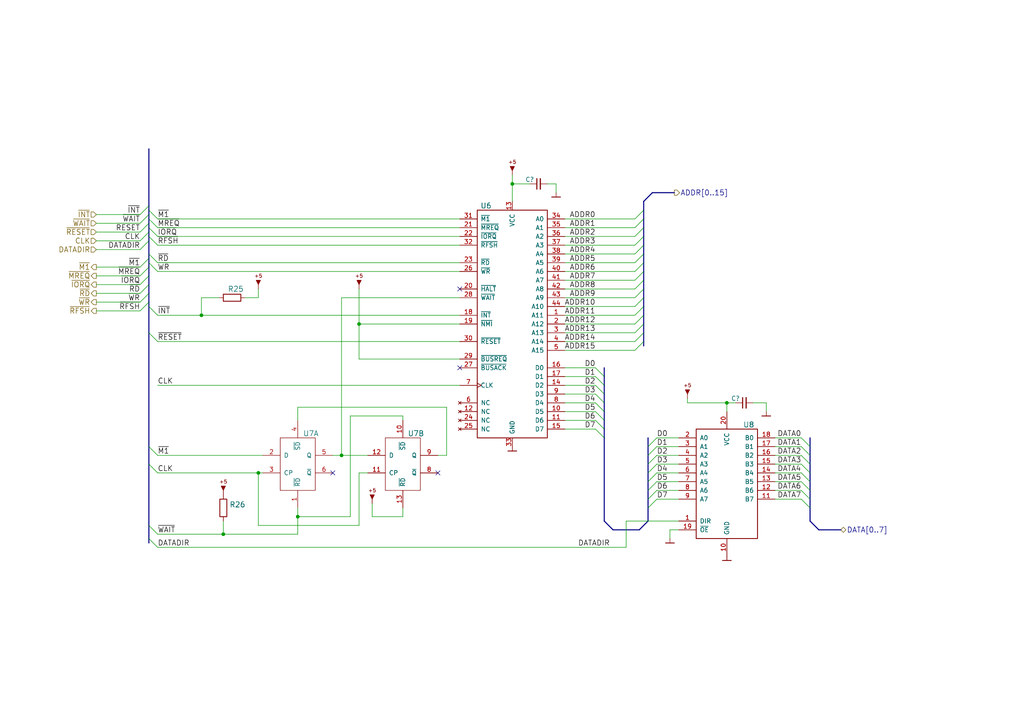
<source format=kicad_sch>
(kicad_sch (version 20211123) (generator eeschema)

  (uuid 10d8ad0e-6a08-4053-92aa-23a15910fd21)

  (paper "A4")

  (lib_symbols
    (symbol "artemisa:74HC74" (pin_names (offset 1.016)) (in_bom yes) (on_board yes)
      (property "Reference" "U" (id 0) (at 0 15.24 0)
        (effects (font (size 1.524 1.524)))
      )
      (property "Value" "74HC74" (id 1) (at 5.08 -10.16 0)
        (effects (font (size 1.524 1.524)))
      )
      (property "Footprint" "" (id 2) (at 0 -5.08 0)
        (effects (font (size 1.524 1.524)) hide)
      )
      (property "Datasheet" "" (id 3) (at 0 -5.08 0)
        (effects (font (size 1.524 1.524)) hide)
      )
      (symbol "74HC74_1_1"
        (rectangle (start -5.08 7.62) (end 5.08 -7.62)
          (stroke (width 0) (type default) (color 0 0 0 0))
          (fill (type none))
        )
        (pin input line (at 0 -12.7 90) (length 5.08)
          (name "~{RD}" (effects (font (size 1.27 1.27))))
          (number "1" (effects (font (size 1.27 1.27))))
        )
        (pin input line (at -10.16 2.54 0) (length 5.08)
          (name "D" (effects (font (size 1.27 1.27))))
          (number "2" (effects (font (size 1.27 1.27))))
        )
        (pin input line (at -10.16 -2.54 0) (length 5.08)
          (name "CP" (effects (font (size 1.27 1.27))))
          (number "3" (effects (font (size 1.27 1.27))))
        )
        (pin input line (at 0 12.7 270) (length 5.08)
          (name "~{SD}" (effects (font (size 1.27 1.27))))
          (number "4" (effects (font (size 1.27 1.27))))
        )
        (pin output line (at 10.16 2.54 180) (length 5.08)
          (name "Q" (effects (font (size 1.27 1.27))))
          (number "5" (effects (font (size 1.27 1.27))))
        )
        (pin output line (at 10.16 -2.54 180) (length 5.08)
          (name "~{Q}" (effects (font (size 1.27 1.27))))
          (number "6" (effects (font (size 1.27 1.27))))
        )
      )
      (symbol "74HC74_2_1"
        (rectangle (start -5.08 7.62) (end 5.08 -7.62)
          (stroke (width 0) (type default) (color 0 0 0 0))
          (fill (type none))
        )
        (pin input line (at 0 12.7 270) (length 5.08)
          (name "~{SD}" (effects (font (size 1.27 1.27))))
          (number "10" (effects (font (size 1.27 1.27))))
        )
        (pin input line (at -10.16 -2.54 0) (length 5.08)
          (name "CP" (effects (font (size 1.27 1.27))))
          (number "11" (effects (font (size 1.27 1.27))))
        )
        (pin input line (at -10.16 2.54 0) (length 5.08)
          (name "D" (effects (font (size 1.27 1.27))))
          (number "12" (effects (font (size 1.27 1.27))))
        )
        (pin input line (at 0 -12.7 90) (length 5.08)
          (name "~{RD}" (effects (font (size 1.27 1.27))))
          (number "13" (effects (font (size 1.27 1.27))))
        )
        (pin output line (at 10.16 -2.54 180) (length 5.08)
          (name "~{Q}" (effects (font (size 1.27 1.27))))
          (number "8" (effects (font (size 1.27 1.27))))
        )
        (pin output line (at 10.16 2.54 180) (length 5.08)
          (name "Q" (effects (font (size 1.27 1.27))))
          (number "9" (effects (font (size 1.27 1.27))))
        )
      )
      (symbol "74HC74_3_1"
        (rectangle (start -3.81 -5.08) (end 3.81 5.08)
          (stroke (width 0) (type default) (color 0 0 0 0))
          (fill (type none))
        )
        (pin power_in line (at 0 7.62 270) (length 2.54)
          (name "VCC" (effects (font (size 1.27 1.27))))
          (number "14" (effects (font (size 1.27 1.27))))
        )
        (pin power_in line (at 0 -7.62 90) (length 2.54)
          (name "GND" (effects (font (size 1.27 1.27))))
          (number "7" (effects (font (size 1.27 1.27))))
        )
      )
    )
    (symbol "artemisa:74HCT245" (pin_names (offset 1.016)) (in_bom yes) (on_board yes)
      (property "Reference" "U" (id 0) (at 6.35 12.7 0)
        (effects (font (size 1.524 1.524)))
      )
      (property "Value" "74HCT245" (id 1) (at 6.35 -22.86 0)
        (effects (font (size 1.524 1.524)))
      )
      (property "Footprint" "" (id 2) (at 0 -16.51 0)
        (effects (font (size 1.524 1.524)) hide)
      )
      (property "Datasheet" "" (id 3) (at 0 -16.51 0)
        (effects (font (size 1.524 1.524)) hide)
      )
      (symbol "74HCT245_0_1"
        (rectangle (start -8.89 11.43) (end 8.89 -20.32)
          (stroke (width 0.254) (type default) (color 0 0 0 0))
          (fill (type none))
        )
      )
      (symbol "74HCT245_1_1"
        (pin input line (at -13.97 -15.24 0) (length 5.08)
          (name "DIR" (effects (font (size 1.27 1.27))))
          (number "1" (effects (font (size 1.27 1.27))))
        )
        (pin power_in line (at 0 -25.4 90) (length 5.08)
          (name "GND" (effects (font (size 1.27 1.27))))
          (number "10" (effects (font (size 1.27 1.27))))
        )
        (pin bidirectional line (at 13.97 -8.89 180) (length 5.08)
          (name "B7" (effects (font (size 1.27 1.27))))
          (number "11" (effects (font (size 1.27 1.27))))
        )
        (pin bidirectional line (at 13.97 -6.35 180) (length 5.08)
          (name "B6" (effects (font (size 1.27 1.27))))
          (number "12" (effects (font (size 1.27 1.27))))
        )
        (pin bidirectional line (at 13.97 -3.81 180) (length 5.08)
          (name "B5" (effects (font (size 1.27 1.27))))
          (number "13" (effects (font (size 1.27 1.27))))
        )
        (pin bidirectional line (at 13.97 -1.27 180) (length 5.08)
          (name "B4" (effects (font (size 1.27 1.27))))
          (number "14" (effects (font (size 1.27 1.27))))
        )
        (pin bidirectional line (at 13.97 1.27 180) (length 5.08)
          (name "B3" (effects (font (size 1.27 1.27))))
          (number "15" (effects (font (size 1.27 1.27))))
        )
        (pin bidirectional line (at 13.97 3.81 180) (length 5.08)
          (name "B2" (effects (font (size 1.27 1.27))))
          (number "16" (effects (font (size 1.27 1.27))))
        )
        (pin bidirectional line (at 13.97 6.35 180) (length 5.08)
          (name "B1" (effects (font (size 1.27 1.27))))
          (number "17" (effects (font (size 1.27 1.27))))
        )
        (pin bidirectional line (at 13.97 8.89 180) (length 5.08)
          (name "B0" (effects (font (size 1.27 1.27))))
          (number "18" (effects (font (size 1.27 1.27))))
        )
        (pin input line (at -13.97 -17.78 0) (length 5.08)
          (name "~{OE}" (effects (font (size 1.27 1.27))))
          (number "19" (effects (font (size 1.27 1.27))))
        )
        (pin bidirectional line (at -13.97 8.89 0) (length 5.08)
          (name "A0" (effects (font (size 1.27 1.27))))
          (number "2" (effects (font (size 1.27 1.27))))
        )
        (pin power_in line (at 0 16.51 270) (length 5.08)
          (name "VCC" (effects (font (size 1.27 1.27))))
          (number "20" (effects (font (size 1.27 1.27))))
        )
        (pin bidirectional line (at -13.97 6.35 0) (length 5.08)
          (name "A1" (effects (font (size 1.27 1.27))))
          (number "3" (effects (font (size 1.27 1.27))))
        )
        (pin bidirectional line (at -13.97 3.81 0) (length 5.08)
          (name "A2" (effects (font (size 1.27 1.27))))
          (number "4" (effects (font (size 1.27 1.27))))
        )
        (pin bidirectional line (at -13.97 1.27 0) (length 5.08)
          (name "A3" (effects (font (size 1.27 1.27))))
          (number "5" (effects (font (size 1.27 1.27))))
        )
        (pin bidirectional line (at -13.97 -1.27 0) (length 5.08)
          (name "A4" (effects (font (size 1.27 1.27))))
          (number "6" (effects (font (size 1.27 1.27))))
        )
        (pin bidirectional line (at -13.97 -3.81 0) (length 5.08)
          (name "A5" (effects (font (size 1.27 1.27))))
          (number "7" (effects (font (size 1.27 1.27))))
        )
        (pin bidirectional line (at -13.97 -6.35 0) (length 5.08)
          (name "A6" (effects (font (size 1.27 1.27))))
          (number "8" (effects (font (size 1.27 1.27))))
        )
        (pin bidirectional line (at -13.97 -8.89 0) (length 5.08)
          (name "A7" (effects (font (size 1.27 1.27))))
          (number "9" (effects (font (size 1.27 1.27))))
        )
      )
    )
    (symbol "artemisa:Cap" (pin_numbers hide) (pin_names (offset 0.254) hide) (in_bom yes) (on_board yes)
      (property "Reference" "C" (id 0) (at 0.254 1.778 0)
        (effects (font (size 1.27 1.27)) (justify left))
      )
      (property "Value" "Cap" (id 1) (at 0.254 -2.032 0)
        (effects (font (size 1.27 1.27)) (justify left))
      )
      (property "Footprint" "" (id 2) (at 0 0 0)
        (effects (font (size 1.27 1.27)) hide)
      )
      (property "Datasheet" "" (id 3) (at 0 0 0)
        (effects (font (size 1.27 1.27)) hide)
      )
      (property "ki_fp_filters" "C_*" (id 4) (at 0 0 0)
        (effects (font (size 1.27 1.27)) hide)
      )
      (symbol "Cap_0_1"
        (polyline
          (pts
            (xy -1.524 -0.508)
            (xy 1.524 -0.508)
          )
          (stroke (width 0.3302) (type default) (color 0 0 0 0))
          (fill (type none))
        )
        (polyline
          (pts
            (xy -1.524 0.508)
            (xy 1.524 0.508)
          )
          (stroke (width 0.3048) (type default) (color 0 0 0 0))
          (fill (type none))
        )
      )
      (symbol "Cap_1_1"
        (pin passive line (at 0 2.54 270) (length 2.032)
          (name "~" (effects (font (size 1.27 1.27))))
          (number "1" (effects (font (size 1.27 1.27))))
        )
        (pin passive line (at 0 -2.54 90) (length 2.032)
          (name "~" (effects (font (size 1.27 1.27))))
          (number "2" (effects (font (size 1.27 1.27))))
        )
      )
    )
    (symbol "artemisa:GND" (power) (pin_numbers hide) (pin_names (offset 0) hide) (in_bom yes) (on_board yes)
      (property "Reference" "#PWR" (id 0) (at 0 -2.54 0)
        (effects (font (size 1.524 1.524)) hide)
      )
      (property "Value" "GND" (id 1) (at 0 2.54 0)
        (effects (font (size 1.524 1.524)) hide)
      )
      (property "Footprint" "" (id 2) (at 0 0 0)
        (effects (font (size 1.524 1.524)) hide)
      )
      (property "Datasheet" "" (id 3) (at 0 0 0)
        (effects (font (size 1.524 1.524)) hide)
      )
      (symbol "GND_0_1"
        (polyline
          (pts
            (xy -1.27 -1.27)
            (xy 1.27 -1.27)
          )
          (stroke (width 0.254) (type default) (color 0 0 0 0))
          (fill (type none))
        )
      )
      (symbol "GND_1_1"
        (pin power_in line (at 0 0 270) (length 1.27)
          (name "GND" (effects (font (size 1.27 1.27))))
          (number "~" (effects (font (size 1.27 1.27))))
        )
      )
    )
    (symbol "artemisa:R" (pin_numbers hide) (pin_names (offset 1.016)) (in_bom yes) (on_board yes)
      (property "Reference" "R" (id 0) (at 0 -2.54 0)
        (effects (font (size 1.524 1.524)))
      )
      (property "Value" "R" (id 1) (at 0 0 0)
        (effects (font (size 1.016 1.016)))
      )
      (property "Footprint" "" (id 2) (at 0 0 90)
        (effects (font (size 1.524 1.524)) hide)
      )
      (property "Datasheet" "" (id 3) (at 0 0 90)
        (effects (font (size 1.524 1.524)) hide)
      )
      (symbol "R_1_1"
        (rectangle (start 2.54 -1.016) (end -2.54 1.016)
          (stroke (width 0.254) (type default) (color 0 0 0 0))
          (fill (type none))
        )
        (pin passive line (at -3.81 0 0) (length 1.27)
          (name "~" (effects (font (size 1.27 1.27))))
          (number "1" (effects (font (size 1.27 1.27))))
        )
        (pin passive line (at 3.81 0 180) (length 1.27)
          (name "~" (effects (font (size 1.27 1.27))))
          (number "2" (effects (font (size 1.27 1.27))))
        )
      )
    )
    (symbol "artemisa:VCC" (power) (pin_numbers hide) (pin_names (offset 0) hide) (in_bom yes) (on_board yes)
      (property "Reference" "#PWR" (id 0) (at 0 -1.27 0)
        (effects (font (size 1.524 1.524)) hide)
      )
      (property "Value" "VCC" (id 1) (at 0 6.35 0)
        (effects (font (size 1.524 1.524)) hide)
      )
      (property "Footprint" "" (id 2) (at 0 0 0)
        (effects (font (size 1.524 1.524)) hide)
      )
      (property "Datasheet" "" (id 3) (at 0 0 0)
        (effects (font (size 1.524 1.524)) hide)
      )
      (symbol "VCC_0_0"
        (text "+5" (at 0 3.81 0)
          (effects (font (size 1.016 1.016)))
        )
      )
      (symbol "VCC_0_1"
        (polyline
          (pts
            (xy 0 1.27)
            (xy 0.635 2.54)
            (xy -0.635 2.54)
            (xy 0 1.27)
          )
          (stroke (width 0) (type default) (color 0 0 0 0))
          (fill (type outline))
        )
      )
      (symbol "VCC_1_1"
        (pin power_in line (at 0 0 90) (length 1.27)
          (name "~" (effects (font (size 1.27 1.27))))
          (number "~" (effects (font (size 1.27 1.27))))
        )
      )
    )
    (symbol "artemisa:Z84C0006VEG" (pin_names (offset 1.016)) (in_bom yes) (on_board yes)
      (property "Reference" "U" (id 0) (at -8.89 34.29 0)
        (effects (font (size 1.524 1.524)))
      )
      (property "Value" "Z84C0006VEG" (id 1) (at 11.43 -34.29 0)
        (effects (font (size 1.524 1.524)))
      )
      (property "Footprint" "" (id 2) (at 0 -3.81 0)
        (effects (font (size 1.524 1.524)) hide)
      )
      (property "Datasheet" "" (id 3) (at 0 -3.81 0)
        (effects (font (size 1.524 1.524)) hide)
      )
      (symbol "Z84C0006VEG_0_1"
        (rectangle (start 10.16 33.02) (end -10.16 -33.02)
          (stroke (width 0.254) (type default) (color 0 0 0 0))
          (fill (type none))
        )
      )
      (symbol "Z84C0006VEG_1_1"
        (pin output line (at 15.24 2.54 180) (length 5.0038)
          (name "A11" (effects (font (size 1.27 1.27))))
          (number "1" (effects (font (size 1.27 1.27))))
        )
        (pin bidirectional line (at 15.24 -25.4 180) (length 5.0038)
          (name "D5" (effects (font (size 1.27 1.27))))
          (number "10" (effects (font (size 1.27 1.27))))
        )
        (pin bidirectional line (at 15.24 -27.94 180) (length 5.0038)
          (name "D6" (effects (font (size 1.27 1.27))))
          (number "11" (effects (font (size 1.27 1.27))))
        )
        (pin no_connect line (at -15.24 -25.4 0) (length 5.08)
          (name "NC" (effects (font (size 1.27 1.27))))
          (number "12" (effects (font (size 1.27 1.27))))
        )
        (pin power_in line (at 0 35.56 270) (length 2.54)
          (name "VCC" (effects (font (size 1.27 1.27))))
          (number "13" (effects (font (size 1.27 1.27))))
        )
        (pin bidirectional line (at 15.24 -17.78 180) (length 5.0038)
          (name "D2" (effects (font (size 1.27 1.27))))
          (number "14" (effects (font (size 1.27 1.27))))
        )
        (pin bidirectional line (at 15.24 -30.48 180) (length 5.0038)
          (name "D7" (effects (font (size 1.27 1.27))))
          (number "15" (effects (font (size 1.27 1.27))))
        )
        (pin bidirectional line (at 15.24 -12.7 180) (length 5.0038)
          (name "D0" (effects (font (size 1.27 1.27))))
          (number "16" (effects (font (size 1.27 1.27))))
        )
        (pin bidirectional line (at 15.24 -15.24 180) (length 5.0038)
          (name "D1" (effects (font (size 1.27 1.27))))
          (number "17" (effects (font (size 1.27 1.27))))
        )
        (pin input line (at -15.24 2.54 0) (length 5.0038)
          (name "~{INT}" (effects (font (size 1.27 1.27))))
          (number "18" (effects (font (size 1.27 1.27))))
        )
        (pin input line (at -15.24 0 0) (length 5.0038)
          (name "~{NMI}" (effects (font (size 1.27 1.27))))
          (number "19" (effects (font (size 1.27 1.27))))
        )
        (pin output line (at 15.24 0 180) (length 5.0038)
          (name "A12" (effects (font (size 1.27 1.27))))
          (number "2" (effects (font (size 1.27 1.27))))
        )
        (pin output line (at -15.24 10.16 0) (length 5.0038)
          (name "~{HALT}" (effects (font (size 1.27 1.27))))
          (number "20" (effects (font (size 1.27 1.27))))
        )
        (pin output line (at -15.24 27.94 0) (length 5.0038)
          (name "~{MREQ}" (effects (font (size 1.27 1.27))))
          (number "21" (effects (font (size 1.27 1.27))))
        )
        (pin output line (at -15.24 25.4 0) (length 5.0038)
          (name "~{IORQ}" (effects (font (size 1.27 1.27))))
          (number "22" (effects (font (size 1.27 1.27))))
        )
        (pin output line (at -15.24 17.78 0) (length 5.0038)
          (name "~{RD}" (effects (font (size 1.27 1.27))))
          (number "23" (effects (font (size 1.27 1.27))))
        )
        (pin no_connect line (at -15.24 -27.94 0) (length 5.08)
          (name "NC" (effects (font (size 1.27 1.27))))
          (number "24" (effects (font (size 1.27 1.27))))
        )
        (pin no_connect line (at -15.24 -30.48 0) (length 5.08)
          (name "NC" (effects (font (size 1.27 1.27))))
          (number "25" (effects (font (size 1.27 1.27))))
        )
        (pin output line (at -15.24 15.24 0) (length 5.0038)
          (name "~{WR}" (effects (font (size 1.27 1.27))))
          (number "26" (effects (font (size 1.27 1.27))))
        )
        (pin output line (at -15.24 -12.7 0) (length 5.0038)
          (name "~{BUSACK}" (effects (font (size 1.27 1.27))))
          (number "27" (effects (font (size 1.27 1.27))))
        )
        (pin input line (at -15.24 7.62 0) (length 5.0038)
          (name "~{WAIT}" (effects (font (size 1.27 1.27))))
          (number "28" (effects (font (size 1.27 1.27))))
        )
        (pin input line (at -15.24 -10.16 0) (length 5.0038)
          (name "~{BUSREQ}" (effects (font (size 1.27 1.27))))
          (number "29" (effects (font (size 1.27 1.27))))
        )
        (pin output line (at 15.24 -2.54 180) (length 5.0038)
          (name "A13" (effects (font (size 1.27 1.27))))
          (number "3" (effects (font (size 1.27 1.27))))
        )
        (pin input line (at -15.24 -5.08 0) (length 5.0038)
          (name "~{RESET}" (effects (font (size 1.27 1.27))))
          (number "30" (effects (font (size 1.27 1.27))))
        )
        (pin output line (at -15.24 30.48 0) (length 5.0038)
          (name "~{M1}" (effects (font (size 1.27 1.27))))
          (number "31" (effects (font (size 1.27 1.27))))
        )
        (pin output line (at -15.24 22.86 0) (length 5.0038)
          (name "~{RFSH}" (effects (font (size 1.27 1.27))))
          (number "32" (effects (font (size 1.27 1.27))))
        )
        (pin power_in line (at 0 -35.56 90) (length 2.54)
          (name "GND" (effects (font (size 1.27 1.27))))
          (number "33" (effects (font (size 1.27 1.27))))
        )
        (pin output line (at 15.24 30.48 180) (length 5.0038)
          (name "A0" (effects (font (size 1.27 1.27))))
          (number "34" (effects (font (size 1.27 1.27))))
        )
        (pin output line (at 15.24 27.94 180) (length 5.0038)
          (name "A1" (effects (font (size 1.27 1.27))))
          (number "35" (effects (font (size 1.27 1.27))))
        )
        (pin output line (at 15.24 25.4 180) (length 5.0038)
          (name "A2" (effects (font (size 1.27 1.27))))
          (number "36" (effects (font (size 1.27 1.27))))
        )
        (pin output line (at 15.24 22.86 180) (length 5.0038)
          (name "A3" (effects (font (size 1.27 1.27))))
          (number "37" (effects (font (size 1.27 1.27))))
        )
        (pin output line (at 15.24 20.32 180) (length 5.0038)
          (name "A4" (effects (font (size 1.27 1.27))))
          (number "38" (effects (font (size 1.27 1.27))))
        )
        (pin output line (at 15.24 17.78 180) (length 5.0038)
          (name "A5" (effects (font (size 1.27 1.27))))
          (number "39" (effects (font (size 1.27 1.27))))
        )
        (pin output line (at 15.24 -5.08 180) (length 5.0038)
          (name "A14" (effects (font (size 1.27 1.27))))
          (number "4" (effects (font (size 1.27 1.27))))
        )
        (pin output line (at 15.24 15.24 180) (length 5.0038)
          (name "A6" (effects (font (size 1.27 1.27))))
          (number "40" (effects (font (size 1.27 1.27))))
        )
        (pin output line (at 15.24 12.7 180) (length 5.0038)
          (name "A7" (effects (font (size 1.27 1.27))))
          (number "41" (effects (font (size 1.27 1.27))))
        )
        (pin output line (at 15.24 10.16 180) (length 5.0038)
          (name "A8" (effects (font (size 1.27 1.27))))
          (number "42" (effects (font (size 1.27 1.27))))
        )
        (pin output line (at 15.24 7.62 180) (length 5.0038)
          (name "A9" (effects (font (size 1.27 1.27))))
          (number "43" (effects (font (size 1.27 1.27))))
        )
        (pin output line (at 15.24 5.08 180) (length 5.0038)
          (name "A10" (effects (font (size 1.27 1.27))))
          (number "44" (effects (font (size 1.27 1.27))))
        )
        (pin output line (at 15.24 -7.62 180) (length 5.0038)
          (name "A15" (effects (font (size 1.27 1.27))))
          (number "5" (effects (font (size 1.27 1.27))))
        )
        (pin no_connect line (at -15.24 -22.86 0) (length 5.08)
          (name "NC" (effects (font (size 1.27 1.27))))
          (number "6" (effects (font (size 1.27 1.27))))
        )
        (pin input clock (at -15.24 -17.78 0) (length 5.0038)
          (name "CLK" (effects (font (size 1.27 1.27))))
          (number "7" (effects (font (size 1.27 1.27))))
        )
        (pin bidirectional line (at 15.24 -22.86 180) (length 5.0038)
          (name "D4" (effects (font (size 1.27 1.27))))
          (number "8" (effects (font (size 1.27 1.27))))
        )
        (pin bidirectional line (at 15.24 -20.32 180) (length 5.0038)
          (name "D3" (effects (font (size 1.27 1.27))))
          (number "9" (effects (font (size 1.27 1.27))))
        )
      )
    )
  )


  (junction (at 104.14 93.98) (diameter 0) (color 0 0 0 0)
    (uuid 0ba17a9b-d889-426c-b4fe-048bed6b6be8)
  )
  (junction (at 99.06 132.08) (diameter 0) (color 0 0 0 0)
    (uuid 12fa3c3f-3d14-451a-a6a8-884fd1b32fa7)
  )
  (junction (at 58.42 91.44) (diameter 0) (color 0 0 0 0)
    (uuid 2f0570b6-86da-47a8-9e56-ce60c431c534)
  )
  (junction (at 86.36 149.86) (diameter 0) (color 0 0 0 0)
    (uuid 37657eee-b379-4145-b65d-79c82b53e49e)
  )
  (junction (at 74.93 137.16) (diameter 0) (color 0 0 0 0)
    (uuid 3993c707-5291-41b6-83c0-d1c09cb3833a)
  )
  (junction (at 210.82 116.84) (diameter 0) (color 0 0 0 0)
    (uuid 66ca01b3-51ff-4294-9b77-4492e98f6aec)
  )
  (junction (at 148.59 53.34) (diameter 0) (color 0 0 0 0)
    (uuid f6a3288e-9575-42bb-af05-a920d59aded8)
  )
  (junction (at 64.77 154.94) (diameter 0) (color 0 0 0 0)
    (uuid f934a442-23d6-4e5b-908f-bb9199ad6f8b)
  )

  (no_connect (at 96.52 137.16) (uuid 17ff35b3-d658-499b-9a46-ea36063fed4e))
  (no_connect (at 133.35 83.82) (uuid 7233cb6b-d8fd-4fcd-9b4f-8b0ed19b1b12))
  (no_connect (at 133.35 106.68) (uuid 761c8e29-382a-475c-a37a-7201cc9cd0f5))
  (no_connect (at 127 137.16) (uuid d13b0eae-4711-4325-a6bb-aa8e3646e86e))

  (bus_entry (at 184.15 99.06) (size 2.54 -2.54)
    (stroke (width 0) (type default) (color 0 0 0 0))
    (uuid 02538207-54a8-4266-8d51-23871852b2ff)
  )
  (bus_entry (at 184.15 71.12) (size 2.54 -2.54)
    (stroke (width 0) (type default) (color 0 0 0 0))
    (uuid 051b8cb0-ae77-4e09-98a7-bf2103319e66)
  )
  (bus_entry (at 184.15 76.2) (size 2.54 -2.54)
    (stroke (width 0) (type default) (color 0 0 0 0))
    (uuid 083becc8-e25d-4206-9636-55457650bbe3)
  )
  (bus_entry (at 43.18 74.93) (size -2.54 2.54)
    (stroke (width 0) (type default) (color 0 0 0 0))
    (uuid 0c5dddf1-38df-43d2-b49c-e7b691dab0ab)
  )
  (bus_entry (at 184.15 88.9) (size 2.54 -2.54)
    (stroke (width 0) (type default) (color 0 0 0 0))
    (uuid 0d993e48-cea3-4104-9c5a-d8f97b64a3ac)
  )
  (bus_entry (at 43.18 73.66) (size 2.54 2.54)
    (stroke (width 0) (type default) (color 0 0 0 0))
    (uuid 15699041-ed40-45ee-87d8-f5e206a88536)
  )
  (bus_entry (at 184.15 101.6) (size 2.54 -2.54)
    (stroke (width 0) (type default) (color 0 0 0 0))
    (uuid 17ed3508-fa2e-4593-a799-bfd39a6cc14d)
  )
  (bus_entry (at 43.18 85.09) (size -2.54 2.54)
    (stroke (width 0) (type default) (color 0 0 0 0))
    (uuid 1855ca44-ab48-4b76-a210-97fc81d916c4)
  )
  (bus_entry (at 232.41 142.24) (size 2.54 2.54)
    (stroke (width 0) (type default) (color 0 0 0 0))
    (uuid 1c052668-6749-425a-9a77-35f046c8aa39)
  )
  (bus_entry (at 184.15 83.82) (size 2.54 -2.54)
    (stroke (width 0) (type default) (color 0 0 0 0))
    (uuid 20901d7e-a300-4069-8967-a6a7e97a68bc)
  )
  (bus_entry (at 190.5 139.7) (size -2.54 2.54)
    (stroke (width 0) (type default) (color 0 0 0 0))
    (uuid 24adc223-60f0-4497-98a3-d664c5a13280)
  )
  (bus_entry (at 43.18 80.01) (size -2.54 2.54)
    (stroke (width 0) (type default) (color 0 0 0 0))
    (uuid 254f7cc6-cee1-44ca-9afe-939b318201aa)
  )
  (bus_entry (at 43.18 68.58) (size 2.54 2.54)
    (stroke (width 0) (type default) (color 0 0 0 0))
    (uuid 26a22c19-4cc5-4237-9651-0edc4f854154)
  )
  (bus_entry (at 172.72 124.46) (size 2.54 2.54)
    (stroke (width 0) (type default) (color 0 0 0 0))
    (uuid 275b6416-db29-42cc-9307-bf426917c3b4)
  )
  (bus_entry (at 190.5 137.16) (size -2.54 2.54)
    (stroke (width 0) (type default) (color 0 0 0 0))
    (uuid 278a91dc-d57d-4a5c-a045-34b6bd84131f)
  )
  (bus_entry (at 190.5 127) (size -2.54 2.54)
    (stroke (width 0) (type default) (color 0 0 0 0))
    (uuid 29126f72-63f7-4275-8b12-6b96a71c6f17)
  )
  (bus_entry (at 172.72 111.76) (size 2.54 2.54)
    (stroke (width 0) (type default) (color 0 0 0 0))
    (uuid 29cbb0bc-f66b-4d11-80e7-5bb270e42496)
  )
  (bus_entry (at 190.5 129.54) (size -2.54 2.54)
    (stroke (width 0) (type default) (color 0 0 0 0))
    (uuid 2ea8fa6f-efc3-40fe-bcf9-05bfa46ead4f)
  )
  (bus_entry (at 172.72 114.3) (size 2.54 2.54)
    (stroke (width 0) (type default) (color 0 0 0 0))
    (uuid 355ced6c-c08a-4586-9a09-7a9c624536f6)
  )
  (bus_entry (at 43.18 129.54) (size 2.54 2.54)
    (stroke (width 0) (type default) (color 0 0 0 0))
    (uuid 3b65c51e-c243-447e-bee9-832d94c1630e)
  )
  (bus_entry (at 43.18 69.85) (size -2.54 2.54)
    (stroke (width 0) (type default) (color 0 0 0 0))
    (uuid 3f2a6679-91d7-4b6c-bf5c-c4d5abb2bc44)
  )
  (bus_entry (at 43.18 96.52) (size 2.54 2.54)
    (stroke (width 0) (type default) (color 0 0 0 0))
    (uuid 402c62e6-8d8e-473a-a0cf-2b86e4908cd7)
  )
  (bus_entry (at 43.18 60.96) (size 2.54 2.54)
    (stroke (width 0) (type default) (color 0 0 0 0))
    (uuid 4bbde53d-6894-4e18-9480-84a6a26d5f6b)
  )
  (bus_entry (at 190.5 134.62) (size -2.54 2.54)
    (stroke (width 0) (type default) (color 0 0 0 0))
    (uuid 4cc0e615-05a0-4f42-a208-4011ba8ef841)
  )
  (bus_entry (at 43.18 67.31) (size -2.54 2.54)
    (stroke (width 0) (type default) (color 0 0 0 0))
    (uuid 5bab6a37-1fdf-4cf8-b571-44c962ed86e9)
  )
  (bus_entry (at 43.18 82.55) (size -2.54 2.54)
    (stroke (width 0) (type default) (color 0 0 0 0))
    (uuid 5f48b0f2-82cf-40ce-afac-440f97643c36)
  )
  (bus_entry (at 190.5 142.24) (size -2.54 2.54)
    (stroke (width 0) (type default) (color 0 0 0 0))
    (uuid 631c7be5-8dc2-4df4-ab73-737bb928e763)
  )
  (bus_entry (at 172.72 106.68) (size 2.54 2.54)
    (stroke (width 0) (type default) (color 0 0 0 0))
    (uuid 653a86ba-a1ae-4175-9d4c-c788087956d0)
  )
  (bus_entry (at 172.72 109.22) (size 2.54 2.54)
    (stroke (width 0) (type default) (color 0 0 0 0))
    (uuid 6a0919c2-460c-4229-b872-14e318e1ba8b)
  )
  (bus_entry (at 232.41 139.7) (size 2.54 2.54)
    (stroke (width 0) (type default) (color 0 0 0 0))
    (uuid 6bd46644-7209-4d4d-acd8-f4c0d045bc61)
  )
  (bus_entry (at 43.18 64.77) (size -2.54 2.54)
    (stroke (width 0) (type default) (color 0 0 0 0))
    (uuid 706c1cb9-5d96-4282-9efc-6147f0125147)
  )
  (bus_entry (at 184.15 73.66) (size 2.54 -2.54)
    (stroke (width 0) (type default) (color 0 0 0 0))
    (uuid 725cdf26-4b92-46db-bca9-10d930002dda)
  )
  (bus_entry (at 184.15 93.98) (size 2.54 -2.54)
    (stroke (width 0) (type default) (color 0 0 0 0))
    (uuid 73fbe87f-3928-49c2-bf87-839d907c6aef)
  )
  (bus_entry (at 184.15 78.74) (size 2.54 -2.54)
    (stroke (width 0) (type default) (color 0 0 0 0))
    (uuid 7acd513a-187b-4936-9f93-2e521ce33ad5)
  )
  (bus_entry (at 43.18 87.63) (size -2.54 2.54)
    (stroke (width 0) (type default) (color 0 0 0 0))
    (uuid 83184391-76ed-44f0-8cd0-01f89f157bdb)
  )
  (bus_entry (at 232.41 132.08) (size 2.54 2.54)
    (stroke (width 0) (type default) (color 0 0 0 0))
    (uuid 83c5181e-f5ee-453c-ae5c-d7256ba8837d)
  )
  (bus_entry (at 184.15 81.28) (size 2.54 -2.54)
    (stroke (width 0) (type default) (color 0 0 0 0))
    (uuid 8e295ed4-82cb-4d9f-8888-7ad2dd4d5129)
  )
  (bus_entry (at 43.18 76.2) (size 2.54 2.54)
    (stroke (width 0) (type default) (color 0 0 0 0))
    (uuid 968a6172-7a4e-40ab-a78a-e4d03671e136)
  )
  (bus_entry (at 184.15 68.58) (size 2.54 -2.54)
    (stroke (width 0) (type default) (color 0 0 0 0))
    (uuid 974c48bf-534e-4335-98e1-b0426c783e99)
  )
  (bus_entry (at 43.18 62.23) (size -2.54 2.54)
    (stroke (width 0) (type default) (color 0 0 0 0))
    (uuid 9ed09117-33cf-45a3-85a7-2606522feaf8)
  )
  (bus_entry (at 43.18 152.4) (size 2.54 2.54)
    (stroke (width 0) (type default) (color 0 0 0 0))
    (uuid a177c3b4-b04c-490e-b3fe-d3d4d7aa24a7)
  )
  (bus_entry (at 184.15 63.5) (size 2.54 -2.54)
    (stroke (width 0) (type default) (color 0 0 0 0))
    (uuid aa1c6f47-cbd4-4cbd-8265-e5ac08b7ffc8)
  )
  (bus_entry (at 43.18 134.62) (size 2.54 2.54)
    (stroke (width 0) (type default) (color 0 0 0 0))
    (uuid ad4d05f5-6957-42f8-b65c-c657b9a26485)
  )
  (bus_entry (at 184.15 91.44) (size 2.54 -2.54)
    (stroke (width 0) (type default) (color 0 0 0 0))
    (uuid b12e5309-5d01-40ef-a9c3-8453e00a555e)
  )
  (bus_entry (at 232.41 144.78) (size 2.54 2.54)
    (stroke (width 0) (type default) (color 0 0 0 0))
    (uuid b7d06af4-a5b1-447f-9b1a-8b44eb1cc204)
  )
  (bus_entry (at 172.72 121.92) (size 2.54 2.54)
    (stroke (width 0) (type default) (color 0 0 0 0))
    (uuid bb8162f0-99c8-4884-be5b-c0d0c7e81ff6)
  )
  (bus_entry (at 190.5 144.78) (size -2.54 2.54)
    (stroke (width 0) (type default) (color 0 0 0 0))
    (uuid c210293b-1d7a-4e96-92e9-058784106727)
  )
  (bus_entry (at 43.18 66.04) (size 2.54 2.54)
    (stroke (width 0) (type default) (color 0 0 0 0))
    (uuid c3d5daf8-d359-42b2-a7c2-0d080ba7e212)
  )
  (bus_entry (at 43.18 77.47) (size -2.54 2.54)
    (stroke (width 0) (type default) (color 0 0 0 0))
    (uuid ca56e1ad-54bf-4df5-a4f7-99f5d61d0de9)
  )
  (bus_entry (at 232.41 134.62) (size 2.54 2.54)
    (stroke (width 0) (type default) (color 0 0 0 0))
    (uuid ca5b6af8-ca05-4338-b852-b51f2b49b1db)
  )
  (bus_entry (at 43.18 156.21) (size 2.54 2.54)
    (stroke (width 0) (type default) (color 0 0 0 0))
    (uuid ceb12634-32ca-4cbf-9ff5-5e8b53ab18ad)
  )
  (bus_entry (at 184.15 86.36) (size 2.54 -2.54)
    (stroke (width 0) (type default) (color 0 0 0 0))
    (uuid cf21dfe3-ab4f-4ad9-b7cf-dc892d833b13)
  )
  (bus_entry (at 172.72 119.38) (size 2.54 2.54)
    (stroke (width 0) (type default) (color 0 0 0 0))
    (uuid d1cd5391-31d2-459f-8adb-4ae3f304a833)
  )
  (bus_entry (at 43.18 63.5) (size 2.54 2.54)
    (stroke (width 0) (type default) (color 0 0 0 0))
    (uuid d3dd7cdb-b730-487d-804d-99150ba318ef)
  )
  (bus_entry (at 232.41 129.54) (size 2.54 2.54)
    (stroke (width 0) (type default) (color 0 0 0 0))
    (uuid d72c89a6-7578-4468-964e-2a845431195f)
  )
  (bus_entry (at 172.72 116.84) (size 2.54 2.54)
    (stroke (width 0) (type default) (color 0 0 0 0))
    (uuid d8200a86-aa75-47a3-ad2a-7f4c9c999a6f)
  )
  (bus_entry (at 190.5 132.08) (size -2.54 2.54)
    (stroke (width 0) (type default) (color 0 0 0 0))
    (uuid da546d77-4b03-4562-8fc6-837fd68e7691)
  )
  (bus_entry (at 184.15 96.52) (size 2.54 -2.54)
    (stroke (width 0) (type default) (color 0 0 0 0))
    (uuid dd334895-c8ff-4719-bac4-c0b289bb5899)
  )
  (bus_entry (at 232.41 127) (size 2.54 2.54)
    (stroke (width 0) (type default) (color 0 0 0 0))
    (uuid eaa0d51a-ee4e-4d3a-a801-bddb7027e94c)
  )
  (bus_entry (at 43.18 59.69) (size -2.54 2.54)
    (stroke (width 0) (type default) (color 0 0 0 0))
    (uuid eb391a95-1c1d-4613-b508-c76b8bc13a73)
  )
  (bus_entry (at 43.18 88.9) (size 2.54 2.54)
    (stroke (width 0) (type default) (color 0 0 0 0))
    (uuid f23ac723-a36d-491d-9473-7ec0ffed332d)
  )
  (bus_entry (at 184.15 66.04) (size 2.54 -2.54)
    (stroke (width 0) (type default) (color 0 0 0 0))
    (uuid f28e56e7-283b-4b9a-ae27-95e89770fbf8)
  )
  (bus_entry (at 232.41 137.16) (size 2.54 2.54)
    (stroke (width 0) (type default) (color 0 0 0 0))
    (uuid f699494a-77d6-4c73-bd50-29c1c1c5b879)
  )

  (wire (pts (xy 184.15 101.6) (xy 163.83 101.6))
    (stroke (width 0) (type default) (color 0 0 0 0))
    (uuid 02f8904b-a7b2-49dd-b392-764e7e29fb51)
  )
  (bus (pts (xy 186.69 83.82) (xy 186.69 86.36))
    (stroke (width 0) (type default) (color 0 0 0 0))
    (uuid 04b75106-8d7d-48e6-ae2b-ca4f98924cb4)
  )
  (bus (pts (xy 187.96 144.78) (xy 187.96 147.32))
    (stroke (width 0) (type default) (color 0 0 0 0))
    (uuid 04c05bc0-3dda-43a6-af25-09f950940dd8)
  )

  (wire (pts (xy 172.72 121.92) (xy 163.83 121.92))
    (stroke (width 0) (type default) (color 0 0 0 0))
    (uuid 0554bea0-89b2-4e25-9ea3-4c73921c94cb)
  )
  (wire (pts (xy 210.82 116.84) (xy 210.82 119.38))
    (stroke (width 0) (type default) (color 0 0 0 0))
    (uuid 08ec951f-e7eb-41cf-9589-697107a98e88)
  )
  (bus (pts (xy 186.69 63.5) (xy 186.69 66.04))
    (stroke (width 0) (type default) (color 0 0 0 0))
    (uuid 0b95d5f8-be59-4aa4-9e3b-2ddb0751a97c)
  )
  (bus (pts (xy 234.95 137.16) (xy 234.95 139.7))
    (stroke (width 0) (type default) (color 0 0 0 0))
    (uuid 0bf360fe-d53b-4fba-8e46-9750b65ec503)
  )
  (bus (pts (xy 43.18 85.09) (xy 43.18 87.63))
    (stroke (width 0) (type default) (color 0 0 0 0))
    (uuid 0ebc7e3d-c040-4c6e-aaf8-1870c68a4ff3)
  )
  (bus (pts (xy 234.95 134.62) (xy 234.95 137.16))
    (stroke (width 0) (type default) (color 0 0 0 0))
    (uuid 0f2380dd-3d0c-4344-9111-056457fe100b)
  )

  (wire (pts (xy 199.39 116.84) (xy 210.82 116.84))
    (stroke (width 0) (type default) (color 0 0 0 0))
    (uuid 0fb27e11-fde6-4a25-adbb-e9684771b369)
  )
  (bus (pts (xy 175.26 127) (xy 175.26 151.13))
    (stroke (width 0) (type default) (color 0 0 0 0))
    (uuid 0fe48391-8f53-4252-b2ae-7bbbd9bf6af6)
  )

  (wire (pts (xy 99.06 86.36) (xy 99.06 132.08))
    (stroke (width 0) (type default) (color 0 0 0 0))
    (uuid 112371bd-7aa2-4b47-b184-50d12afc2534)
  )
  (wire (pts (xy 181.61 158.75) (xy 181.61 151.13))
    (stroke (width 0) (type default) (color 0 0 0 0))
    (uuid 113ffcdf-4c54-4e37-81dc-f91efa934ba7)
  )
  (bus (pts (xy 43.18 80.01) (xy 43.18 82.55))
    (stroke (width 0) (type default) (color 0 0 0 0))
    (uuid 119cd2ee-6025-406f-acfc-adcac3592135)
  )

  (wire (pts (xy 116.84 120.65) (xy 101.6 120.65))
    (stroke (width 0) (type default) (color 0 0 0 0))
    (uuid 1317ff66-8ecf-46c9-9612-8d2eae03c537)
  )
  (bus (pts (xy 187.96 134.62) (xy 187.96 137.16))
    (stroke (width 0) (type default) (color 0 0 0 0))
    (uuid 14c9319a-850d-4254-aa4f-5f36c5dcf324)
  )

  (wire (pts (xy 58.42 91.44) (xy 133.35 91.44))
    (stroke (width 0) (type default) (color 0 0 0 0))
    (uuid 1732b93f-cd0e-4ca4-a905-bb406354ca33)
  )
  (wire (pts (xy 116.84 121.92) (xy 116.84 120.65))
    (stroke (width 0) (type default) (color 0 0 0 0))
    (uuid 1755646e-fc08-4e43-a301-d9b3ea704cf6)
  )
  (wire (pts (xy 232.41 134.62) (xy 224.79 134.62))
    (stroke (width 0) (type default) (color 0 0 0 0))
    (uuid 18f1018d-5857-4c32-a072-f3de80352f74)
  )
  (wire (pts (xy 45.72 66.04) (xy 133.35 66.04))
    (stroke (width 0) (type default) (color 0 0 0 0))
    (uuid 1cacb878-9da4-41fc-aa80-018bc841e19a)
  )
  (wire (pts (xy 63.5 86.36) (xy 58.42 86.36))
    (stroke (width 0) (type default) (color 0 0 0 0))
    (uuid 1d0d5161-c82f-4c77-a9ca-15d017db65d3)
  )
  (bus (pts (xy 43.18 59.69) (xy 43.18 60.96))
    (stroke (width 0) (type default) (color 0 0 0 0))
    (uuid 1da291cc-3aa5-4632-8f99-7dae246a7f56)
  )

  (wire (pts (xy 86.36 154.94) (xy 64.77 154.94))
    (stroke (width 0) (type default) (color 0 0 0 0))
    (uuid 1de61170-5337-44c5-ba28-bd477db4bff1)
  )
  (bus (pts (xy 43.18 76.2) (xy 43.18 77.47))
    (stroke (width 0) (type default) (color 0 0 0 0))
    (uuid 21f7e9f1-0a4c-49be-a4ca-8c8253ab27e6)
  )

  (wire (pts (xy 172.72 114.3) (xy 163.83 114.3))
    (stroke (width 0) (type default) (color 0 0 0 0))
    (uuid 22962957-1efd-404d-83db-5b233b6c15b0)
  )
  (bus (pts (xy 43.18 63.5) (xy 43.18 64.77))
    (stroke (width 0) (type default) (color 0 0 0 0))
    (uuid 238b4f36-a253-431c-a93e-34af7da002ac)
  )

  (wire (pts (xy 184.15 86.36) (xy 163.83 86.36))
    (stroke (width 0) (type default) (color 0 0 0 0))
    (uuid 2518d4ea-25cc-4e57-a0d6-8482034e7318)
  )
  (wire (pts (xy 116.84 149.86) (xy 107.95 149.86))
    (stroke (width 0) (type default) (color 0 0 0 0))
    (uuid 25c663ff-96b6-4263-a06e-d1829409cf73)
  )
  (wire (pts (xy 86.36 118.11) (xy 86.36 121.92))
    (stroke (width 0) (type default) (color 0 0 0 0))
    (uuid 26bc8641-9bca-4204-9709-deedbe202a36)
  )
  (wire (pts (xy 40.64 72.39) (xy 27.94 72.39))
    (stroke (width 0) (type default) (color 0 0 0 0))
    (uuid 272c2a78-b5f5-4b61-aed3-ec69e0e92729)
  )
  (wire (pts (xy 222.25 116.84) (xy 218.44 116.84))
    (stroke (width 0) (type default) (color 0 0 0 0))
    (uuid 2a4111b7-8149-4814-9344-3b8119cd75e4)
  )
  (bus (pts (xy 186.69 96.52) (xy 186.69 99.06))
    (stroke (width 0) (type default) (color 0 0 0 0))
    (uuid 2b23d0e4-c3a2-4f0d-9455-e00e556f6b81)
  )
  (bus (pts (xy 234.95 132.08) (xy 234.95 134.62))
    (stroke (width 0) (type default) (color 0 0 0 0))
    (uuid 2ca9ffbb-a786-4e56-9793-1ea44e250feb)
  )
  (bus (pts (xy 234.95 144.78) (xy 234.95 147.32))
    (stroke (width 0) (type default) (color 0 0 0 0))
    (uuid 3070e453-5a48-4337-bc8a-aaea9f0903c4)
  )

  (wire (pts (xy 40.64 77.47) (xy 27.94 77.47))
    (stroke (width 0) (type default) (color 0 0 0 0))
    (uuid 3457afc5-3e4f-4220-81d1-b079f653a722)
  )
  (bus (pts (xy 186.69 68.58) (xy 186.69 71.12))
    (stroke (width 0) (type default) (color 0 0 0 0))
    (uuid 35519fd5-08ff-4fab-91c9-037e2a0c1c90)
  )

  (wire (pts (xy 64.77 151.13) (xy 64.77 154.94))
    (stroke (width 0) (type default) (color 0 0 0 0))
    (uuid 363189af-2faa-46a4-b025-5a779d801f2e)
  )
  (wire (pts (xy 64.77 154.94) (xy 45.72 154.94))
    (stroke (width 0) (type default) (color 0 0 0 0))
    (uuid 386faf3f-2adf-472a-84bf-bd511edf2429)
  )
  (wire (pts (xy 104.14 93.98) (xy 104.14 104.14))
    (stroke (width 0) (type default) (color 0 0 0 0))
    (uuid 3a1a39fc-8030-4c93-9d9c-d79ba6824099)
  )
  (wire (pts (xy 40.64 69.85) (xy 27.94 69.85))
    (stroke (width 0) (type default) (color 0 0 0 0))
    (uuid 3bbbbb7d-391c-4fee-ac81-3c47878edc38)
  )
  (bus (pts (xy 187.96 132.08) (xy 187.96 134.62))
    (stroke (width 0) (type default) (color 0 0 0 0))
    (uuid 3cbf0079-fd32-4253-a192-734de2b6823b)
  )

  (wire (pts (xy 232.41 144.78) (xy 224.79 144.78))
    (stroke (width 0) (type default) (color 0 0 0 0))
    (uuid 3d552623-2969-4b15-8623-368144f225e9)
  )
  (bus (pts (xy 187.96 139.7) (xy 187.96 142.24))
    (stroke (width 0) (type default) (color 0 0 0 0))
    (uuid 3fec1831-49fe-435d-a6eb-ba520e55f450)
  )

  (wire (pts (xy 199.39 115.57) (xy 199.39 116.84))
    (stroke (width 0) (type default) (color 0 0 0 0))
    (uuid 41c18011-40db-4384-9ba4-c0158d0d9d6a)
  )
  (bus (pts (xy 187.96 151.13) (xy 185.42 153.67))
    (stroke (width 0) (type default) (color 0 0 0 0))
    (uuid 42dd1fad-d6e1-4a22-bcd7-61c29a70aea6)
  )
  (bus (pts (xy 234.95 151.13) (xy 237.49 153.67))
    (stroke (width 0) (type default) (color 0 0 0 0))
    (uuid 430b98dc-0155-464c-95fc-2bf720cc2dd3)
  )
  (bus (pts (xy 187.96 127) (xy 187.96 129.54))
    (stroke (width 0) (type default) (color 0 0 0 0))
    (uuid 44b926bf-8bdd-4191-846d-2dfabab2cecb)
  )

  (wire (pts (xy 194.31 153.67) (xy 194.31 156.21))
    (stroke (width 0) (type default) (color 0 0 0 0))
    (uuid 456c5e47-d71e-4708-b061-1e61634d8648)
  )
  (bus (pts (xy 43.18 156.21) (xy 43.18 157.48))
    (stroke (width 0) (type default) (color 0 0 0 0))
    (uuid 4605c20a-6c32-4ba9-9d98-157265e5d2d4)
  )
  (bus (pts (xy 234.95 147.32) (xy 234.95 151.13))
    (stroke (width 0) (type default) (color 0 0 0 0))
    (uuid 476016a1-85a2-490a-9e22-631280b45f0e)
  )

  (wire (pts (xy 45.72 99.06) (xy 133.35 99.06))
    (stroke (width 0) (type default) (color 0 0 0 0))
    (uuid 49b5f540-e128-4e08-bb09-f321f8e64056)
  )
  (wire (pts (xy 27.94 67.31) (xy 40.64 67.31))
    (stroke (width 0) (type default) (color 0 0 0 0))
    (uuid 4a53fa56-d65b-42a4-a4be-8f49c4c015bb)
  )
  (bus (pts (xy 43.18 66.04) (xy 43.18 67.31))
    (stroke (width 0) (type default) (color 0 0 0 0))
    (uuid 4bee3b93-9a25-4a62-bc3b-7a216b6aba9d)
  )

  (wire (pts (xy 99.06 132.08) (xy 106.68 132.08))
    (stroke (width 0) (type default) (color 0 0 0 0))
    (uuid 4ce9470f-5633-41bf-89ac-74a810939893)
  )
  (wire (pts (xy 190.5 132.08) (xy 196.85 132.08))
    (stroke (width 0) (type default) (color 0 0 0 0))
    (uuid 4cfd9a02-97ef-4af4-a6b8-db9be1a8fda5)
  )
  (wire (pts (xy 184.15 96.52) (xy 163.83 96.52))
    (stroke (width 0) (type default) (color 0 0 0 0))
    (uuid 4fd9bc4f-0ae3-42d4-a1b4-9fb1b2a0a7fd)
  )
  (bus (pts (xy 43.18 62.23) (xy 43.18 63.5))
    (stroke (width 0) (type default) (color 0 0 0 0))
    (uuid 5193b92c-0f95-414f-9c12-4288fbf1289f)
  )

  (wire (pts (xy 45.72 63.5) (xy 133.35 63.5))
    (stroke (width 0) (type default) (color 0 0 0 0))
    (uuid 51cc007a-3378-4ce3-909c-71e94822f8d1)
  )
  (bus (pts (xy 237.49 153.67) (xy 243.84 153.67))
    (stroke (width 0) (type default) (color 0 0 0 0))
    (uuid 541721d1-074b-496e-a833-813044b3e8ca)
  )

  (wire (pts (xy 190.5 144.78) (xy 196.85 144.78))
    (stroke (width 0) (type default) (color 0 0 0 0))
    (uuid 54ed3ee1-891b-418e-ab9c-6a18747d7388)
  )
  (wire (pts (xy 45.72 68.58) (xy 133.35 68.58))
    (stroke (width 0) (type default) (color 0 0 0 0))
    (uuid 5576cd03-3bad-40c5-9316-1d286895d52a)
  )
  (wire (pts (xy 222.25 119.38) (xy 222.25 116.84))
    (stroke (width 0) (type default) (color 0 0 0 0))
    (uuid 560d05a7-84e4-403a-80d1-f287a4032b8a)
  )
  (bus (pts (xy 175.26 109.22) (xy 175.26 111.76))
    (stroke (width 0) (type default) (color 0 0 0 0))
    (uuid 56504f65-96d9-4604-a878-5df8bedb6653)
  )

  (wire (pts (xy 181.61 151.13) (xy 196.85 151.13))
    (stroke (width 0) (type default) (color 0 0 0 0))
    (uuid 58126faf-01a4-4f91-8e8c-ca9e47b48048)
  )
  (bus (pts (xy 186.69 99.06) (xy 186.69 100.33))
    (stroke (width 0) (type default) (color 0 0 0 0))
    (uuid 5830b252-f9bf-4c02-87b8-7eda50f7a6a1)
  )

  (wire (pts (xy 40.64 85.09) (xy 27.94 85.09))
    (stroke (width 0) (type default) (color 0 0 0 0))
    (uuid 58390862-1833-41dd-9c4e-98073ea0da33)
  )
  (wire (pts (xy 148.59 53.34) (xy 148.59 58.42))
    (stroke (width 0) (type default) (color 0 0 0 0))
    (uuid 59f60168-cced-43c9-aaa5-41a1a8a2f631)
  )
  (wire (pts (xy 45.72 91.44) (xy 58.42 91.44))
    (stroke (width 0) (type default) (color 0 0 0 0))
    (uuid 5c32b099-dba7-4228-8a5e-c2156f635ce2)
  )
  (bus (pts (xy 43.18 87.63) (xy 43.18 88.9))
    (stroke (width 0) (type default) (color 0 0 0 0))
    (uuid 5d8b52e3-6cf3-4957-a7be-c8e9a1edb540)
  )

  (wire (pts (xy 27.94 82.55) (xy 40.64 82.55))
    (stroke (width 0) (type default) (color 0 0 0 0))
    (uuid 5e755161-24a5-4650-a6e3-9836bf074412)
  )
  (wire (pts (xy 40.64 62.23) (xy 27.94 62.23))
    (stroke (width 0) (type default) (color 0 0 0 0))
    (uuid 6150c02b-beb5-4af1-951e-3666a285a6ea)
  )
  (wire (pts (xy 107.95 149.86) (xy 107.95 146.05))
    (stroke (width 0) (type default) (color 0 0 0 0))
    (uuid 637e9edf-ffed-49a2-8408-fa110c9a4c79)
  )
  (wire (pts (xy 161.29 53.34) (xy 158.75 53.34))
    (stroke (width 0) (type default) (color 0 0 0 0))
    (uuid 645bdbdc-8f65-42ef-a021-2d3e7d74a739)
  )
  (bus (pts (xy 43.18 129.54) (xy 43.18 134.62))
    (stroke (width 0) (type default) (color 0 0 0 0))
    (uuid 6752af1f-7117-4db8-a4d6-67772bc5edb1)
  )
  (bus (pts (xy 43.18 77.47) (xy 43.18 80.01))
    (stroke (width 0) (type default) (color 0 0 0 0))
    (uuid 6a9026f4-97ad-4ca6-b8a7-4b78e7eaa11b)
  )
  (bus (pts (xy 175.26 119.38) (xy 175.26 121.92))
    (stroke (width 0) (type default) (color 0 0 0 0))
    (uuid 6d7a616c-ac20-4197-b8c5-9e5133e13b25)
  )

  (wire (pts (xy 74.93 86.36) (xy 71.12 86.36))
    (stroke (width 0) (type default) (color 0 0 0 0))
    (uuid 6f1beb86-67e1-46bf-8c2b-6d1e1485d5c0)
  )
  (wire (pts (xy 163.83 93.98) (xy 184.15 93.98))
    (stroke (width 0) (type default) (color 0 0 0 0))
    (uuid 71af7b65-0e6b-402e-b1a4-b66be507b4dc)
  )
  (wire (pts (xy 153.67 53.34) (xy 148.59 53.34))
    (stroke (width 0) (type default) (color 0 0 0 0))
    (uuid 74855e0d-40e4-4940-a544-edae9207b2ea)
  )
  (wire (pts (xy 190.5 142.24) (xy 196.85 142.24))
    (stroke (width 0) (type default) (color 0 0 0 0))
    (uuid 749d9ed0-2ff2-4b55-abc5-f7231ec3aa28)
  )
  (bus (pts (xy 187.96 137.16) (xy 187.96 139.7))
    (stroke (width 0) (type default) (color 0 0 0 0))
    (uuid 74a11fb2-4d5c-4874-ac13-c84be9c8bd99)
  )

  (wire (pts (xy 190.5 129.54) (xy 196.85 129.54))
    (stroke (width 0) (type default) (color 0 0 0 0))
    (uuid 751d823e-1d7b-4501-9658-d06d459b0e16)
  )
  (wire (pts (xy 86.36 154.94) (xy 86.36 149.86))
    (stroke (width 0) (type default) (color 0 0 0 0))
    (uuid 7668b629-abd6-4e14-be84-df90ae487fc6)
  )
  (bus (pts (xy 186.69 86.36) (xy 186.69 88.9))
    (stroke (width 0) (type default) (color 0 0 0 0))
    (uuid 76d746f4-3f58-4c51-b2a3-c1e775832b8f)
  )
  (bus (pts (xy 186.69 58.42) (xy 189.23 55.88))
    (stroke (width 0) (type default) (color 0 0 0 0))
    (uuid 776fdb81-16bd-40fc-866b-5d7c4f5af091)
  )

  (wire (pts (xy 104.14 137.16) (xy 106.68 137.16))
    (stroke (width 0) (type default) (color 0 0 0 0))
    (uuid 78b44915-d68e-4488-a873-34767153ef98)
  )
  (wire (pts (xy 184.15 91.44) (xy 163.83 91.44))
    (stroke (width 0) (type default) (color 0 0 0 0))
    (uuid 799e761c-1426-40e9-a069-1f4cb353bfaa)
  )
  (bus (pts (xy 186.69 91.44) (xy 186.69 93.98))
    (stroke (width 0) (type default) (color 0 0 0 0))
    (uuid 7b48c09d-366d-471a-ab6a-af36bac922ac)
  )
  (bus (pts (xy 43.18 69.85) (xy 43.18 73.66))
    (stroke (width 0) (type default) (color 0 0 0 0))
    (uuid 7b669a9c-8885-4737-8192-e35d45fe2c93)
  )

  (wire (pts (xy 74.93 83.82) (xy 74.93 86.36))
    (stroke (width 0) (type default) (color 0 0 0 0))
    (uuid 7ca71fec-e7f1-454f-9196-b80d15925fff)
  )
  (wire (pts (xy 45.72 132.08) (xy 76.2 132.08))
    (stroke (width 0) (type default) (color 0 0 0 0))
    (uuid 851f3d61-ba3b-4e6e-abd4-cafa4d9b64cb)
  )
  (wire (pts (xy 163.83 99.06) (xy 184.15 99.06))
    (stroke (width 0) (type default) (color 0 0 0 0))
    (uuid 86e98417-f5e4-48ba-8147-ef66cc03dde6)
  )
  (wire (pts (xy 172.72 119.38) (xy 163.83 119.38))
    (stroke (width 0) (type default) (color 0 0 0 0))
    (uuid 88606262-3ac5-44a1-aacc-18b26cf4d396)
  )
  (bus (pts (xy 43.18 152.4) (xy 43.18 156.21))
    (stroke (width 0) (type default) (color 0 0 0 0))
    (uuid 88a77af6-5cc0-4264-b177-412fab1f38d2)
  )

  (wire (pts (xy 129.54 132.08) (xy 129.54 118.11))
    (stroke (width 0) (type default) (color 0 0 0 0))
    (uuid 89a3dae6-dcb5-435b-a383-656b6a19a316)
  )
  (wire (pts (xy 190.5 139.7) (xy 196.85 139.7))
    (stroke (width 0) (type default) (color 0 0 0 0))
    (uuid 8a8c373f-9bc3-4cf7-8f41-4802da916698)
  )
  (wire (pts (xy 86.36 149.86) (xy 86.36 147.32))
    (stroke (width 0) (type default) (color 0 0 0 0))
    (uuid 8aff0f38-92a8-45ec-b106-b185e93ca3fd)
  )
  (bus (pts (xy 186.69 76.2) (xy 186.69 78.74))
    (stroke (width 0) (type default) (color 0 0 0 0))
    (uuid 8ba9c3fb-46f6-4875-a664-e313ccfeba0c)
  )

  (wire (pts (xy 232.41 127) (xy 224.79 127))
    (stroke (width 0) (type default) (color 0 0 0 0))
    (uuid 8bd46048-cab7-4adf-af9a-bc2710c1894c)
  )
  (wire (pts (xy 172.72 124.46) (xy 163.83 124.46))
    (stroke (width 0) (type default) (color 0 0 0 0))
    (uuid 8d063f79-9282-4820-bcf4-1ff3c006cf08)
  )
  (wire (pts (xy 172.72 111.76) (xy 163.83 111.76))
    (stroke (width 0) (type default) (color 0 0 0 0))
    (uuid 8eb98c56-17e4-4de6-a3e3-06dcfa392040)
  )
  (bus (pts (xy 43.18 68.58) (xy 43.18 69.85))
    (stroke (width 0) (type default) (color 0 0 0 0))
    (uuid 8ef8ab63-d78b-49e0-89aa-d7de17fdbe74)
  )

  (wire (pts (xy 27.94 87.63) (xy 40.64 87.63))
    (stroke (width 0) (type default) (color 0 0 0 0))
    (uuid 9208ea78-8dde-4b3d-91e9-5755ab5efd9a)
  )
  (wire (pts (xy 190.5 137.16) (xy 196.85 137.16))
    (stroke (width 0) (type default) (color 0 0 0 0))
    (uuid 92761c09-a591-4c8e-af4d-e0e2262cb01d)
  )
  (wire (pts (xy 232.41 139.7) (xy 224.79 139.7))
    (stroke (width 0) (type default) (color 0 0 0 0))
    (uuid 92848721-49b5-4e4c-b042-6fd51e1d562f)
  )
  (wire (pts (xy 74.93 137.16) (xy 74.93 152.4))
    (stroke (width 0) (type default) (color 0 0 0 0))
    (uuid 92f063a3-7cce-4a96-8a3a-cf5767f700c6)
  )
  (wire (pts (xy 104.14 93.98) (xy 133.35 93.98))
    (stroke (width 0) (type default) (color 0 0 0 0))
    (uuid 94a10cae-6ef2-4b64-9d98-fb22aa3306cc)
  )
  (bus (pts (xy 175.26 151.13) (xy 177.8 153.67))
    (stroke (width 0) (type default) (color 0 0 0 0))
    (uuid 96e87ac2-5565-47ab-ae62-263f85b93211)
  )

  (wire (pts (xy 232.41 129.54) (xy 224.79 129.54))
    (stroke (width 0) (type default) (color 0 0 0 0))
    (uuid 992a2b00-5e28-4edd-88b5-994891512d8d)
  )
  (bus (pts (xy 43.18 74.93) (xy 43.18 76.2))
    (stroke (width 0) (type default) (color 0 0 0 0))
    (uuid 99a27256-a88a-4355-b453-612ad2615aaf)
  )

  (wire (pts (xy 184.15 81.28) (xy 163.83 81.28))
    (stroke (width 0) (type default) (color 0 0 0 0))
    (uuid 99e6b8eb-b08e-4d42-84dd-8b7f6765b7b7)
  )
  (bus (pts (xy 43.18 73.66) (xy 43.18 74.93))
    (stroke (width 0) (type default) (color 0 0 0 0))
    (uuid 9a8828a5-2e2e-4063-b51c-f89d08e28152)
  )
  (bus (pts (xy 43.18 60.96) (xy 43.18 62.23))
    (stroke (width 0) (type default) (color 0 0 0 0))
    (uuid 9b4b514c-b288-40ab-af4d-fb8827371f01)
  )

  (wire (pts (xy 27.94 64.77) (xy 40.64 64.77))
    (stroke (width 0) (type default) (color 0 0 0 0))
    (uuid 9c2999b2-1cf1-4204-9d23-243401b77aa3)
  )
  (bus (pts (xy 43.18 88.9) (xy 43.18 96.52))
    (stroke (width 0) (type default) (color 0 0 0 0))
    (uuid 9ceea79f-ef80-4e41-a251-1e78376f0a53)
  )

  (wire (pts (xy 104.14 83.82) (xy 104.14 93.98))
    (stroke (width 0) (type default) (color 0 0 0 0))
    (uuid 9e136ac4-5d28-4814-9ebf-c30c372bc2ec)
  )
  (bus (pts (xy 186.69 81.28) (xy 186.69 83.82))
    (stroke (width 0) (type default) (color 0 0 0 0))
    (uuid 9e19b2a4-ed99-43e2-8f47-aa18bac2b22e)
  )
  (bus (pts (xy 175.26 116.84) (xy 175.26 119.38))
    (stroke (width 0) (type default) (color 0 0 0 0))
    (uuid 9fd9e8ec-fc98-4154-ad2e-11ac105668bf)
  )
  (bus (pts (xy 175.26 121.92) (xy 175.26 124.46))
    (stroke (width 0) (type default) (color 0 0 0 0))
    (uuid a174e5fd-6a2e-44e2-8acc-20c14c8a9718)
  )
  (bus (pts (xy 186.69 93.98) (xy 186.69 96.52))
    (stroke (width 0) (type default) (color 0 0 0 0))
    (uuid a2512eb5-1205-4c98-854b-ff2f58d6be51)
  )
  (bus (pts (xy 43.18 96.52) (xy 43.18 129.54))
    (stroke (width 0) (type default) (color 0 0 0 0))
    (uuid a587fbd2-119d-431c-964c-d65c1fee09ba)
  )

  (wire (pts (xy 45.72 137.16) (xy 74.93 137.16))
    (stroke (width 0) (type default) (color 0 0 0 0))
    (uuid a7fc0812-140f-4d96-9cd8-ead8c1c610b1)
  )
  (wire (pts (xy 127 132.08) (xy 129.54 132.08))
    (stroke (width 0) (type default) (color 0 0 0 0))
    (uuid a917c6d9-225d-4c90-bf25-fe8eff8abd3f)
  )
  (wire (pts (xy 184.15 66.04) (xy 163.83 66.04))
    (stroke (width 0) (type default) (color 0 0 0 0))
    (uuid aa047297-22f8-4de0-a969-0b3451b8e164)
  )
  (wire (pts (xy 74.93 137.16) (xy 76.2 137.16))
    (stroke (width 0) (type default) (color 0 0 0 0))
    (uuid aa23bfe3-454b-4a2b-bfe1-101c747eb84e)
  )
  (wire (pts (xy 190.5 134.62) (xy 196.85 134.62))
    (stroke (width 0) (type default) (color 0 0 0 0))
    (uuid aadc3df5-0e2d-4f3d-b72e-6f184da74c89)
  )
  (bus (pts (xy 175.26 114.3) (xy 175.26 116.84))
    (stroke (width 0) (type default) (color 0 0 0 0))
    (uuid ab4e121c-071f-4432-a221-b67e64d6ff8d)
  )
  (bus (pts (xy 234.95 129.54) (xy 234.95 132.08))
    (stroke (width 0) (type default) (color 0 0 0 0))
    (uuid ab8bc8da-9fb2-454e-9c07-a665edb35426)
  )
  (bus (pts (xy 43.18 82.55) (xy 43.18 85.09))
    (stroke (width 0) (type default) (color 0 0 0 0))
    (uuid aede887e-5713-4410-b301-8003185f738f)
  )
  (bus (pts (xy 185.42 153.67) (xy 177.8 153.67))
    (stroke (width 0) (type default) (color 0 0 0 0))
    (uuid af76ce95-feca-41fb-bf31-edaa26d6766a)
  )

  (wire (pts (xy 163.83 73.66) (xy 184.15 73.66))
    (stroke (width 0) (type default) (color 0 0 0 0))
    (uuid b0b4c3cb-e7ea-49c0-8162-be3bbab3e4ec)
  )
  (wire (pts (xy 129.54 118.11) (xy 86.36 118.11))
    (stroke (width 0) (type default) (color 0 0 0 0))
    (uuid b54cae5b-c17c-4ed7-b249-2e7d5e83609a)
  )
  (wire (pts (xy 184.15 76.2) (xy 163.83 76.2))
    (stroke (width 0) (type default) (color 0 0 0 0))
    (uuid b794d099-f823-4d35-9755-ca1c45247ee9)
  )
  (wire (pts (xy 213.36 116.84) (xy 210.82 116.84))
    (stroke (width 0) (type default) (color 0 0 0 0))
    (uuid b9d4de74-d246-495d-8b63-12ab2133d6d6)
  )
  (bus (pts (xy 187.96 129.54) (xy 187.96 132.08))
    (stroke (width 0) (type default) (color 0 0 0 0))
    (uuid bbe51e1f-e697-4c04-8bf9-02c0c3c6731e)
  )

  (wire (pts (xy 172.72 106.68) (xy 163.83 106.68))
    (stroke (width 0) (type default) (color 0 0 0 0))
    (uuid bd085057-7c0e-463a-982b-968a2dc1f0f8)
  )
  (bus (pts (xy 187.96 142.24) (xy 187.96 144.78))
    (stroke (width 0) (type default) (color 0 0 0 0))
    (uuid bee8f0ee-3740-4a43-b70d-e9aa4b364373)
  )
  (bus (pts (xy 234.95 142.24) (xy 234.95 144.78))
    (stroke (width 0) (type default) (color 0 0 0 0))
    (uuid bfb983d4-33d7-434d-a8de-68d21eefb4ce)
  )

  (wire (pts (xy 232.41 142.24) (xy 224.79 142.24))
    (stroke (width 0) (type default) (color 0 0 0 0))
    (uuid c07eebcc-30d2-439d-8030-faea6ade4486)
  )
  (bus (pts (xy 43.18 134.62) (xy 43.18 152.4))
    (stroke (width 0) (type default) (color 0 0 0 0))
    (uuid c0ed410a-0280-4a8c-8ff3-f58b7b1340fc)
  )
  (bus (pts (xy 43.18 64.77) (xy 43.18 66.04))
    (stroke (width 0) (type default) (color 0 0 0 0))
    (uuid c1815e63-5999-4d25-8dc0-c63ae372e426)
  )

  (wire (pts (xy 172.72 109.22) (xy 163.83 109.22))
    (stroke (width 0) (type default) (color 0 0 0 0))
    (uuid c66a19ed-90c0-4502-ae75-6a4c4ab9f297)
  )
  (bus (pts (xy 175.26 124.46) (xy 175.26 127))
    (stroke (width 0) (type default) (color 0 0 0 0))
    (uuid c6c65753-d91c-4ba2-af2d-d160b7cd94a1)
  )

  (wire (pts (xy 45.72 158.75) (xy 181.61 158.75))
    (stroke (width 0) (type default) (color 0 0 0 0))
    (uuid c7cd39db-931a-4d86-96b8-57e6b39f58f9)
  )
  (wire (pts (xy 172.72 116.84) (xy 163.83 116.84))
    (stroke (width 0) (type default) (color 0 0 0 0))
    (uuid cd1cff81-9d8a-4511-96d6-4ddb79484001)
  )
  (wire (pts (xy 96.52 132.08) (xy 99.06 132.08))
    (stroke (width 0) (type default) (color 0 0 0 0))
    (uuid d18f2428-546f-4066-8ffb-7653303685db)
  )
  (wire (pts (xy 148.59 53.34) (xy 148.59 50.8))
    (stroke (width 0) (type default) (color 0 0 0 0))
    (uuid d68dca9b-48b3-498b-9b5f-3b3838250f82)
  )
  (bus (pts (xy 43.18 67.31) (xy 43.18 68.58))
    (stroke (width 0) (type default) (color 0 0 0 0))
    (uuid d868ec48-42f4-4608-baef-8e135bf87a69)
  )

  (wire (pts (xy 99.06 86.36) (xy 133.35 86.36))
    (stroke (width 0) (type default) (color 0 0 0 0))
    (uuid d95c6650-fcd9-4184-97fe-fde43ea5c0cd)
  )
  (bus (pts (xy 186.69 73.66) (xy 186.69 76.2))
    (stroke (width 0) (type default) (color 0 0 0 0))
    (uuid da9cac19-080a-44fc-94cf-8e4d6da93cd3)
  )

  (wire (pts (xy 232.41 137.16) (xy 224.79 137.16))
    (stroke (width 0) (type default) (color 0 0 0 0))
    (uuid db1ed10a-ef86-43bf-93dc-9be76327f6d2)
  )
  (wire (pts (xy 27.94 90.17) (xy 40.64 90.17))
    (stroke (width 0) (type default) (color 0 0 0 0))
    (uuid db6412d3-e6c3-4bdd-abf4-a8f55d56df31)
  )
  (wire (pts (xy 163.83 83.82) (xy 184.15 83.82))
    (stroke (width 0) (type default) (color 0 0 0 0))
    (uuid db851147-6a1e-4d19-898c-0ba71182359b)
  )
  (bus (pts (xy 187.96 147.32) (xy 187.96 151.13))
    (stroke (width 0) (type default) (color 0 0 0 0))
    (uuid dc818b6d-85d3-44e5-bc64-794d2473a569)
  )

  (wire (pts (xy 45.72 111.76) (xy 133.35 111.76))
    (stroke (width 0) (type default) (color 0 0 0 0))
    (uuid dd70858b-2f9a-4b3f-9af5-ead3a9ba57e9)
  )
  (wire (pts (xy 163.83 78.74) (xy 184.15 78.74))
    (stroke (width 0) (type default) (color 0 0 0 0))
    (uuid de370984-7922-4327-a0ba-7cd613995df4)
  )
  (wire (pts (xy 163.83 68.58) (xy 184.15 68.58))
    (stroke (width 0) (type default) (color 0 0 0 0))
    (uuid df3dc9a2-ba40-4c3a-87fe-61cc8e23d71b)
  )
  (wire (pts (xy 232.41 132.08) (xy 224.79 132.08))
    (stroke (width 0) (type default) (color 0 0 0 0))
    (uuid e11ae5a5-aa10-4f10-b346-f16e33c7899a)
  )
  (bus (pts (xy 186.69 71.12) (xy 186.69 73.66))
    (stroke (width 0) (type default) (color 0 0 0 0))
    (uuid e1bb8278-8661-48b3-8c4a-2e2543ea53b5)
  )

  (wire (pts (xy 163.83 88.9) (xy 184.15 88.9))
    (stroke (width 0) (type default) (color 0 0 0 0))
    (uuid e69c64f9-717d-4a97-b3df-80325ec2fa63)
  )
  (bus (pts (xy 189.23 55.88) (xy 195.58 55.88))
    (stroke (width 0) (type default) (color 0 0 0 0))
    (uuid e70d061b-28f0-4421-ad15-0598604086e8)
  )

  (wire (pts (xy 104.14 152.4) (xy 104.14 137.16))
    (stroke (width 0) (type default) (color 0 0 0 0))
    (uuid e76ec524-408a-4daa-89f6-0edfdbcfb621)
  )
  (wire (pts (xy 163.83 63.5) (xy 184.15 63.5))
    (stroke (width 0) (type default) (color 0 0 0 0))
    (uuid e79c8e11-ed47-4701-ae80-a54cdb6682a5)
  )
  (bus (pts (xy 175.26 106.68) (xy 175.26 109.22))
    (stroke (width 0) (type default) (color 0 0 0 0))
    (uuid e8274862-c966-456a-98d5-9c42f72963c1)
  )

  (wire (pts (xy 27.94 80.01) (xy 40.64 80.01))
    (stroke (width 0) (type default) (color 0 0 0 0))
    (uuid e86e4fae-9ca7-4857-a93c-bc6a3048f887)
  )
  (wire (pts (xy 184.15 71.12) (xy 163.83 71.12))
    (stroke (width 0) (type default) (color 0 0 0 0))
    (uuid e87a6f80-914f-4f62-9c9f-9ba62a88ee3d)
  )
  (bus (pts (xy 186.69 60.96) (xy 186.69 63.5))
    (stroke (width 0) (type default) (color 0 0 0 0))
    (uuid ea8af268-a61a-4080-9052-189d35ada315)
  )

  (wire (pts (xy 45.72 76.2) (xy 133.35 76.2))
    (stroke (width 0) (type default) (color 0 0 0 0))
    (uuid eb473bfd-fc2d-4cf0-8714-6b7dd95b0a03)
  )
  (wire (pts (xy 101.6 120.65) (xy 101.6 149.86))
    (stroke (width 0) (type default) (color 0 0 0 0))
    (uuid ef4533db-6ea4-4b68-b436-8e9575be570d)
  )
  (bus (pts (xy 234.95 127) (xy 234.95 129.54))
    (stroke (width 0) (type default) (color 0 0 0 0))
    (uuid efd7a1e0-5bed-4583-a94e-5ccec9e4eb74)
  )
  (bus (pts (xy 186.69 88.9) (xy 186.69 91.44))
    (stroke (width 0) (type default) (color 0 0 0 0))
    (uuid f03478ba-f8e8-4ce7-a1fa-dca7b15de97a)
  )
  (bus (pts (xy 186.69 66.04) (xy 186.69 68.58))
    (stroke (width 0) (type default) (color 0 0 0 0))
    (uuid f0438862-6f0b-4bc2-aa8e-eb45642585c1)
  )
  (bus (pts (xy 175.26 111.76) (xy 175.26 114.3))
    (stroke (width 0) (type default) (color 0 0 0 0))
    (uuid f0975aab-9018-4c2c-83a3-ecbae5bfb12a)
  )

  (wire (pts (xy 104.14 104.14) (xy 133.35 104.14))
    (stroke (width 0) (type default) (color 0 0 0 0))
    (uuid f33ec0db-ef0f-4576-8054-2833161a8f30)
  )
  (wire (pts (xy 58.42 86.36) (xy 58.42 91.44))
    (stroke (width 0) (type default) (color 0 0 0 0))
    (uuid f4117d3e-819d-4d33-bf85-69e28ba32fe5)
  )
  (wire (pts (xy 74.93 152.4) (xy 104.14 152.4))
    (stroke (width 0) (type default) (color 0 0 0 0))
    (uuid f4a1ab68-998b-43e3-aa33-40b58210bc99)
  )
  (wire (pts (xy 161.29 55.88) (xy 161.29 53.34))
    (stroke (width 0) (type default) (color 0 0 0 0))
    (uuid f503ea07-bcf1-4924-930a-6f7e9cd312f8)
  )
  (wire (pts (xy 101.6 149.86) (xy 86.36 149.86))
    (stroke (width 0) (type default) (color 0 0 0 0))
    (uuid f5dba25f-5f9b-4770-84f9-c038fb119360)
  )
  (bus (pts (xy 43.18 43.18) (xy 43.18 59.69))
    (stroke (width 0) (type default) (color 0 0 0 0))
    (uuid f5eb7390-4215-4bb5-bc53-f82f663cc9a5)
  )
  (bus (pts (xy 186.69 58.42) (xy 186.69 60.96))
    (stroke (width 0) (type default) (color 0 0 0 0))
    (uuid f7070c76-b83b-43a9-a243-491723819616)
  )
  (bus (pts (xy 186.69 78.74) (xy 186.69 81.28))
    (stroke (width 0) (type default) (color 0 0 0 0))
    (uuid f8933443-3eda-49a4-a3dd-e25c75852b5a)
  )

  (wire (pts (xy 133.35 71.12) (xy 45.72 71.12))
    (stroke (width 0) (type default) (color 0 0 0 0))
    (uuid fa20e708-ec85-4e0b-8402-f74a2724f920)
  )
  (bus (pts (xy 234.95 139.7) (xy 234.95 142.24))
    (stroke (width 0) (type default) (color 0 0 0 0))
    (uuid fa5e550a-15ca-428e-9a28-8858ec4b8cc1)
  )

  (wire (pts (xy 133.35 78.74) (xy 45.72 78.74))
    (stroke (width 0) (type default) (color 0 0 0 0))
    (uuid fb35e3b1-aff6-41a7-9cf0-52694b95edeb)
  )
  (wire (pts (xy 190.5 127) (xy 196.85 127))
    (stroke (width 0) (type default) (color 0 0 0 0))
    (uuid fc2e9f96-3bed-4896-b995-f56e799f1c77)
  )
  (wire (pts (xy 116.84 149.86) (xy 116.84 147.32))
    (stroke (width 0) (type default) (color 0 0 0 0))
    (uuid fd5f7d77-0f73-4021-88a8-0641f0fe8d98)
  )
  (wire (pts (xy 196.85 153.67) (xy 194.31 153.67))
    (stroke (width 0) (type default) (color 0 0 0 0))
    (uuid ffa442c7-cbef-461f-8613-c211201cec06)
  )

  (label "DATADIR" (at 45.72 158.75 0)
    (effects (font (size 1.524 1.524)) (justify left bottom))
    (uuid 000b46d6-b833-4804-8f56-56d539f76d09)
  )
  (label "DATA4" (at 232.41 137.16 180)
    (effects (font (size 1.524 1.524)) (justify right bottom))
    (uuid 05d3e08e-e1f9-46cf-93d0-836d1306d03a)
  )
  (label "~{IORQ}" (at 45.72 68.58 0)
    (effects (font (size 1.524 1.524)) (justify left bottom))
    (uuid 099473f1-6598-46ff-a50f-4c520832170d)
  )
  (label "DATA2" (at 232.41 132.08 180)
    (effects (font (size 1.524 1.524)) (justify right bottom))
    (uuid 0b4c0f05-c855-4742-bad2-dbf645d5842b)
  )
  (label "~{WAIT}" (at 40.64 64.77 180)
    (effects (font (size 1.524 1.524)) (justify right bottom))
    (uuid 0ce1dd44-f307-4f98-9f0d-478fd87daa64)
  )
  (label "ADDR12" (at 172.72 93.98 180)
    (effects (font (size 1.524 1.524)) (justify right bottom))
    (uuid 0f560957-a8c5-442f-b20c-c2d88613742c)
  )
  (label "D4" (at 190.5 137.16 0)
    (effects (font (size 1.524 1.524)) (justify left bottom))
    (uuid 13ac70df-e9b9-44e5-96e6-20f0b0dc6a3a)
  )
  (label "~{MREQ}" (at 45.72 66.04 0)
    (effects (font (size 1.524 1.524)) (justify left bottom))
    (uuid 1876c30c-72b2-4a8d-9f32-bf8b213530b4)
  )
  (label "~{WR}" (at 45.72 78.74 0)
    (effects (font (size 1.524 1.524)) (justify left bottom))
    (uuid 199124ca-dd64-45cf-a063-97cc545cbea7)
  )
  (label "~{RESET}" (at 45.72 99.06 0)
    (effects (font (size 1.524 1.524)) (justify left bottom))
    (uuid 1bd80cf9-f42a-4aee-a408-9dbf4e81e625)
  )
  (label "~{M1}" (at 40.64 77.47 180)
    (effects (font (size 1.524 1.524)) (justify right bottom))
    (uuid 1bf7d0f9-0dcf-4d7c-b58c-318e3dc42bc9)
  )
  (label "ADDR10" (at 172.72 88.9 180)
    (effects (font (size 1.524 1.524)) (justify right bottom))
    (uuid 1c9f6fea-1796-4a2d-80b3-ae22ce51c8f5)
  )
  (label "~{RD}" (at 40.64 85.09 180)
    (effects (font (size 1.524 1.524)) (justify right bottom))
    (uuid 247ebffd-2cb6-4379-ba6e-21861fea3913)
  )
  (label "DATA1" (at 232.41 129.54 180)
    (effects (font (size 1.524 1.524)) (justify right bottom))
    (uuid 282c8e53-3acc-42f0-a92a-6aa976b97a93)
  )
  (label "ADDR4" (at 172.72 73.66 180)
    (effects (font (size 1.524 1.524)) (justify right bottom))
    (uuid 35c09d1f-2914-4d1e-a002-df30af772f3b)
  )
  (label "D7" (at 172.72 124.46 180)
    (effects (font (size 1.524 1.524)) (justify right bottom))
    (uuid 3c22d605-7855-4cc6-8ad2-906cadbd02dc)
  )
  (label "D0" (at 172.72 106.68 180)
    (effects (font (size 1.524 1.524)) (justify right bottom))
    (uuid 3ed2c840-383d-4cbd-bc3b-c4ea4c97b333)
  )
  (label "D5" (at 172.72 119.38 180)
    (effects (font (size 1.524 1.524)) (justify right bottom))
    (uuid 4086cbd7-6ba7-4e63-8da9-17e60627ee17)
  )
  (label "ADDR7" (at 172.72 81.28 180)
    (effects (font (size 1.524 1.524)) (justify right bottom))
    (uuid 422b10b9-e829-44a2-8808-05edd8cb3050)
  )
  (label "D2" (at 190.5 132.08 0)
    (effects (font (size 1.524 1.524)) (justify left bottom))
    (uuid 4641c87c-bffa-41fe-ae77-be3a97a6f797)
  )
  (label "D4" (at 172.72 116.84 180)
    (effects (font (size 1.524 1.524)) (justify right bottom))
    (uuid 465137b4-f6f7-4d51-9b40-b161947d5cc1)
  )
  (label "~{RESET}" (at 40.64 67.31 180)
    (effects (font (size 1.524 1.524)) (justify right bottom))
    (uuid 4970ec6e-3725-4619-b57d-dc2c2cb86ed0)
  )
  (label "ADDR1" (at 172.72 66.04 180)
    (effects (font (size 1.524 1.524)) (justify right bottom))
    (uuid 4a7e3849-3bc9-4bb3-b16a-fab2f5cee0e5)
  )
  (label "CLK" (at 45.72 111.76 0)
    (effects (font (size 1.524 1.524)) (justify left bottom))
    (uuid 57f248a7-365e-4c42-b80d-5a7d1f9dfaf3)
  )
  (label "DATA0" (at 232.41 127 180)
    (effects (font (size 1.524 1.524)) (justify right bottom))
    (uuid 5f38bdb2-3657-474e-8e86-d6bb0b298110)
  )
  (label "ADDR13" (at 172.72 96.52 180)
    (effects (font (size 1.524 1.524)) (justify right bottom))
    (uuid 5f6afe3e-3cb2-473a-819c-dc94ae52a6be)
  )
  (label "D5" (at 190.5 139.7 0)
    (effects (font (size 1.524 1.524)) (justify left bottom))
    (uuid 6d2a06fb-0b1e-452a-ab38-11a5f45e1b32)
  )
  (label "DATADIR" (at 167.64 158.75 0)
    (effects (font (size 1.524 1.524)) (justify left bottom))
    (uuid 7273dd21-e834-41d3-b279-d7de727709ca)
  )
  (label "CLK" (at 40.64 69.85 180)
    (effects (font (size 1.524 1.524)) (justify right bottom))
    (uuid 755f94aa-38f0-4a64-a7c7-6c71cb18cddf)
  )
  (label "ADDR0" (at 172.72 63.5 180)
    (effects (font (size 1.524 1.524)) (justify right bottom))
    (uuid 79451892-db6b-4999-916d-6392174ee493)
  )
  (label "~{WAIT}" (at 45.72 154.94 0)
    (effects (font (size 1.524 1.524)) (justify left bottom))
    (uuid 80095e91-6317-4cfb-9aea-884c9a1accc5)
  )
  (label "~{INT}" (at 45.72 91.44 0)
    (effects (font (size 1.524 1.524)) (justify left bottom))
    (uuid 82204892-ec79-4d38-a593-52fb9a9b4b87)
  )
  (label "ADDR11" (at 172.72 91.44 180)
    (effects (font (size 1.524 1.524)) (justify right bottom))
    (uuid 86ad0555-08b3-4dde-9a3e-c1e5e29b6615)
  )
  (label "ADDR2" (at 172.72 68.58 180)
    (effects (font (size 1.524 1.524)) (justify right bottom))
    (uuid 888fd7cb-2fc6-480c-bcfa-0b71303087d3)
  )
  (label "CLK" (at 45.72 137.16 0)
    (effects (font (size 1.524 1.524)) (justify left bottom))
    (uuid 88deea08-baa5-4041-beb7-01c299cf00e6)
  )
  (label "~{M1}" (at 45.72 63.5 0)
    (effects (font (size 1.524 1.524)) (justify left bottom))
    (uuid 9112ddd5-10d5-48b8-954f-f1d5adcacbd9)
  )
  (label "D6" (at 172.72 121.92 180)
    (effects (font (size 1.524 1.524)) (justify right bottom))
    (uuid 91fc5800-6029-46b1-848d-ca0091f97267)
  )
  (label "D6" (at 190.5 142.24 0)
    (effects (font (size 1.524 1.524)) (justify left bottom))
    (uuid 929a9b03-e99e-4b88-8e16-759f8c6b59a5)
  )
  (label "~{IORQ}" (at 40.64 82.55 180)
    (effects (font (size 1.524 1.524)) (justify right bottom))
    (uuid 94d24676-7ae3-483c-8bd6-88d31adf00b4)
  )
  (label "~{WR}" (at 40.64 87.63 180)
    (effects (font (size 1.524 1.524)) (justify right bottom))
    (uuid 966ee9ec-860e-45bb-af89-30bda72b2032)
  )
  (label "~{RFSH}" (at 40.64 90.17 180)
    (effects (font (size 1.524 1.524)) (justify right bottom))
    (uuid 96ef76a5-90c3-4767-98ba-2b61887e28d3)
  )
  (label "D3" (at 190.5 134.62 0)
    (effects (font (size 1.524 1.524)) (justify left bottom))
    (uuid 98966de3-2364-43d8-a2e0-b03bb9487b03)
  )
  (label "ADDR14" (at 172.72 99.06 180)
    (effects (font (size 1.524 1.524)) (justify right bottom))
    (uuid 98970bf0-1168-4b4e-a1c9-3b0c8d7eaacf)
  )
  (label "D0" (at 190.5 127 0)
    (effects (font (size 1.524 1.524)) (justify left bottom))
    (uuid 9da1ace0-4181-4f12-80f8-16786a9e5c07)
  )
  (label "DATA6" (at 232.41 142.24 180)
    (effects (font (size 1.524 1.524)) (justify right bottom))
    (uuid 9db16341-dac0-4aab-9c62-7d88c111c1ce)
  )
  (label "DATADIR" (at 40.64 72.39 180)
    (effects (font (size 1.524 1.524)) (justify right bottom))
    (uuid a3fab380-991d-404b-95d5-1c209b047b6e)
  )
  (label "ADDR3" (at 172.72 71.12 180)
    (effects (font (size 1.524 1.524)) (justify right bottom))
    (uuid a92f3b72-ed6d-4d99-9da6-35771bec3c77)
  )
  (label "DATA7" (at 232.41 144.78 180)
    (effects (font (size 1.524 1.524)) (justify right bottom))
    (uuid ab8b0540-9c9f-4195-88f5-7bed0b0a8ed6)
  )
  (label "D7" (at 190.5 144.78 0)
    (effects (font (size 1.524 1.524)) (justify left bottom))
    (uuid b21299b9-3c4d-43df-b399-7f9b08eb5470)
  )
  (label "ADDR8" (at 172.72 83.82 180)
    (effects (font (size 1.524 1.524)) (justify right bottom))
    (uuid be6b17f9-34f5-44e9-a4c7-725d2e274a9d)
  )
  (label "DATA5" (at 232.41 139.7 180)
    (effects (font (size 1.524 1.524)) (justify right bottom))
    (uuid befdfbe5-f3e5-423b-a34e-7bba3f218536)
  )
  (label "D3" (at 172.72 114.3 180)
    (effects (font (size 1.524 1.524)) (justify right bottom))
    (uuid c2dd13db-24b6-40f1-b75b-b9ab893d92ea)
  )
  (label "~{RFSH}" (at 45.72 71.12 0)
    (effects (font (size 1.524 1.524)) (justify left bottom))
    (uuid c346b00c-b5e0-4939-beb4-7f48172ef334)
  )
  (label "D2" (at 172.72 111.76 180)
    (effects (font (size 1.524 1.524)) (justify right bottom))
    (uuid c401e9c6-1deb-4979-99be-7c801c952098)
  )
  (label "ADDR15" (at 172.72 101.6 180)
    (effects (font (size 1.524 1.524)) (justify right bottom))
    (uuid c67ad10d-2f75-4ec6-a139-47058f7f06b2)
  )
  (label "~{M1}" (at 45.72 132.08 0)
    (effects (font (size 1.524 1.524)) (justify left bottom))
    (uuid ca6e2466-a90a-4dab-be16-b070610e5087)
  )
  (label "~{RD}" (at 45.72 76.2 0)
    (effects (font (size 1.524 1.524)) (justify left bottom))
    (uuid ca9b74ce-0dee-401c-9544-f599f4cf538d)
  )
  (label "D1" (at 172.72 109.22 180)
    (effects (font (size 1.524 1.524)) (justify right bottom))
    (uuid d1c19c11-0a13-4237-b6b4-fb2ef1db7c6d)
  )
  (label "ADDR5" (at 172.72 76.2 180)
    (effects (font (size 1.524 1.524)) (justify right bottom))
    (uuid e2b24e25-1a0d-434a-876b-c595b47d80d2)
  )
  (label "D1" (at 190.5 129.54 0)
    (effects (font (size 1.524 1.524)) (justify left bottom))
    (uuid e2fac877-439c-4da0-af2e-5fdc70f85d42)
  )
  (label "~{MREQ}" (at 40.64 80.01 180)
    (effects (font (size 1.524 1.524)) (justify right bottom))
    (uuid e45aa7d8-0254-4176-afd9-766820762e19)
  )
  (label "DATA3" (at 232.41 134.62 180)
    (effects (font (size 1.524 1.524)) (justify right bottom))
    (uuid ea2ea877-1ce1-4cd6-ad19-1da87f51601d)
  )
  (label "ADDR9" (at 172.72 86.36 180)
    (effects (font (size 1.524 1.524)) (justify right bottom))
    (uuid f56d244f-1fa4-4475-ac1d-f41eed31a48b)
  )
  (label "~{INT}" (at 40.64 62.23 180)
    (effects (font (size 1.524 1.524)) (justify right bottom))
    (uuid f8b47531-6c06-4e54-9fc9-cd9d0f3dd69f)
  )
  (label "ADDR6" (at 172.72 78.74 180)
    (effects (font (size 1.524 1.524)) (justify right bottom))
    (uuid fad4c712-0a2e-465d-a9f8-83d26bd66e37)
  )

  (hierarchical_label "DATADIR" (shape input) (at 27.94 72.39 180)
    (effects (font (size 1.524 1.524)) (justify right))
    (uuid 2102c637-9f11-48f1-aae6-b4139dc22be2)
  )
  (hierarchical_label "~{RD}" (shape output) (at 27.94 85.09 180)
    (effects (font (size 1.524 1.524)) (justify right))
    (uuid 21492bcd-343a-4b2b-b55a-b4586c11bdeb)
  )
  (hierarchical_label "ADDR[0..15]" (shape output) (at 195.58 55.88 0)
    (effects (font (size 1.524 1.524)) (justify left))
    (uuid 3e3d55c8-e0ea-48fb-8421-a84b7cb7055b)
  )
  (hierarchical_label "~{RFSH}" (shape output) (at 27.94 90.17 180)
    (effects (font (size 1.524 1.524)) (justify right))
    (uuid 46cbe85d-ff47-428e-b187-4ebd50a66e0c)
  )
  (hierarchical_label "~{WAIT}" (shape input) (at 27.94 64.77 180)
    (effects (font (size 1.524 1.524)) (justify right))
    (uuid 63caf46e-0228-40de-b819-c6bd29dd1711)
  )
  (hierarchical_label "~{IORQ}" (shape output) (at 27.94 82.55 180)
    (effects (font (size 1.524 1.524)) (justify right))
    (uuid 8aeae536-fd36-430e-be47-1a856eced2fc)
  )
  (hierarchical_label "~{WR}" (shape output) (at 27.94 87.63 180)
    (effects (font (size 1.524 1.524)) (justify right))
    (uuid 96315415-cfed-47d2-b3dd-d782358bd0df)
  )
  (hierarchical_label "CLK" (shape input) (at 27.94 69.85 180)
    (effects (font (size 1.524 1.524)) (justify right))
    (uuid 9a8ad8bb-d9a9-4b2b-bc88-ea6fd2676d45)
  )
  (hierarchical_label "~{MREQ}" (shape output) (at 27.94 80.01 180)
    (effects (font (size 1.524 1.524)) (justify right))
    (uuid bc3b3f93-69e0-44a5-b919-319b81d13095)
  )
  (hierarchical_label "DATA[0..7]" (shape bidirectional) (at 243.84 153.67 0)
    (effects (font (size 1.524 1.524)) (justify left))
    (uuid d05faa1f-5f69-41bf-86d3-2cd224432e1b)
  )
  (hierarchical_label "~{INT}" (shape input) (at 27.94 62.23 180)
    (effects (font (size 1.524 1.524)) (justify right))
    (uuid df83f395-2d18-47e2-a370-952ca41c2b3a)
  )
  (hierarchical_label "~{RESET}" (shape input) (at 27.94 67.31 180)
    (effects (font (size 1.524 1.524)) (justify right))
    (uuid e50c80c5-80c4-46a3-8c1e-c9c3a71a0934)
  )
  (hierarchical_label "~{M1}" (shape output) (at 27.94 77.47 180)
    (effects (font (size 1.524 1.524)) (justify right))
    (uuid e65bab67-68b7-4b22-a939-6f2c05164d2a)
  )

  (symbol (lib_id "artemisa:Z84C0006VEG") (at 148.59 93.98 0) (unit 1)
    (in_bom yes) (on_board yes)
    (uuid 00000000-0000-0000-0000-00005adbca58)
    (property "Reference" "U6" (id 0) (at 140.97 59.69 0)
      (effects (font (size 1.524 1.524)))
    )
    (property "Value" "" (id 1) (at 156.21 128.27 0)
      (effects (font (size 1.524 1.524)))
    )
    (property "Footprint" "" (id 2) (at 148.59 97.79 0)
      (effects (font (size 1.524 1.524)) hide)
    )
    (property "Datasheet" "" (id 3) (at 148.59 97.79 0)
      (effects (font (size 1.524 1.524)) hide)
    )
    (pin "1" (uuid f98a1b91-9aa3-4c7d-9ab6-cc42f1ef1222))
    (pin "10" (uuid b5439700-fda7-4956-b08c-8949e60f6fe5))
    (pin "11" (uuid 91c13ed2-1035-4e8a-b348-26e573bcfce9))
    (pin "12" (uuid 6a44edfe-2ae4-4a26-af04-29021170551e))
    (pin "13" (uuid 4e9d9bbb-bb4b-4f71-a57a-a915249deb73))
    (pin "14" (uuid a02123a2-48d6-42d7-8224-1acec1028ae3))
    (pin "15" (uuid 3f9478d4-122a-4960-956c-35916e723b41))
    (pin "16" (uuid 3d349242-813e-4b0d-b017-d7c82e86c036))
    (pin "17" (uuid 710a512b-7b56-4f7f-bfcb-35465a2e76f9))
    (pin "18" (uuid fa554101-4328-4c98-9592-c6659e0acd71))
    (pin "19" (uuid 3b15cc06-7d3c-4626-808e-cdda2174d896))
    (pin "2" (uuid 2dc87334-fd40-4e01-9fef-3fdc57ef4547))
    (pin "20" (uuid 40305e0e-c9f1-49e6-9a11-38396c5aad44))
    (pin "21" (uuid 0f81970b-f55e-4039-a8ff-40c0a07bab88))
    (pin "22" (uuid b3d2b3b2-eee3-4354-96ae-35ebc3a7e3fd))
    (pin "23" (uuid d026afe8-5538-4de1-aecf-36ce48ac0de0))
    (pin "24" (uuid 67dceaff-b3ab-4673-8804-ffccf009d830))
    (pin "25" (uuid 5194aa52-8a01-4b48-9fe0-6f06965993f4))
    (pin "26" (uuid aa519abb-0e99-4d57-a68c-08794f0a2550))
    (pin "27" (uuid 6bac8064-9e5b-4360-8ae1-29dc97f679dc))
    (pin "28" (uuid 7aceb50e-cb67-4afd-9c8c-716237856cce))
    (pin "29" (uuid 4ca74f24-ecf3-4ff5-afc6-b10ba78ad56b))
    (pin "3" (uuid 7dc8afb2-47e3-4136-9ae3-dbe9b5c6384f))
    (pin "30" (uuid ec0b3062-fec8-4159-b282-3c3e632ad68c))
    (pin "31" (uuid 9c8e37e8-5fb2-4bbf-bf72-b7b396f9cb47))
    (pin "32" (uuid 518648e5-4c77-424a-b965-aef22f525c53))
    (pin "33" (uuid 580bcbef-c9c2-457f-8868-2dffbabb4aea))
    (pin "34" (uuid 8d059e65-4e84-42b9-8a98-f1a833ba10dc))
    (pin "35" (uuid fbdeacd2-5f57-493f-956d-539f97abf67b))
    (pin "36" (uuid d96154b3-e481-4778-addc-507db9c3272d))
    (pin "37" (uuid 76d14182-5fab-4f07-b34a-9bc7b5ea7c05))
    (pin "38" (uuid 9c465d0a-3acf-44e4-926b-a8e6ae8ccd7b))
    (pin "39" (uuid 355967bb-76d7-417b-99f5-a39dd20a6464))
    (pin "4" (uuid e50054c1-942f-418a-bfd7-d248cd0d4c57))
    (pin "40" (uuid e2bdcc34-a8c3-4e8f-a2ac-f5a61abfc6ba))
    (pin "41" (uuid bc4499ed-d675-4463-a987-f8cd58a9102c))
    (pin "42" (uuid 922db659-b88c-4732-a911-2b45c05f13fc))
    (pin "43" (uuid 28449fbe-c83c-4caf-9302-16b9df6b395f))
    (pin "44" (uuid 7f0652db-34e0-4fb2-8abe-37eb1d07dc0f))
    (pin "5" (uuid 94bbdd44-f7f7-4f1f-93b7-2ab019235a58))
    (pin "6" (uuid 110e359e-5f88-4430-8754-51124b3f8591))
    (pin "7" (uuid f6dd3a30-118f-450f-a0e1-e755e60c59b2))
    (pin "8" (uuid ffb2a04f-519f-4d64-837d-926b42c94e96))
    (pin "9" (uuid d80c7616-7cc4-4a44-a28a-538f77882cc1))
  )

  (symbol (lib_id "artemisa:74HCT245") (at 210.82 135.89 0) (unit 1)
    (in_bom yes) (on_board yes)
    (uuid 00000000-0000-0000-0000-00005ade24a9)
    (property "Reference" "U8" (id 0) (at 217.17 123.19 0)
      (effects (font (size 1.524 1.524)))
    )
    (property "Value" "" (id 1) (at 218.44 158.75 0)
      (effects (font (size 1.524 1.524)))
    )
    (property "Footprint" "" (id 2) (at 210.82 152.4 0)
      (effects (font (size 1.524 1.524)) hide)
    )
    (property "Datasheet" "" (id 3) (at 210.82 152.4 0)
      (effects (font (size 1.524 1.524)) hide)
    )
    (pin "1" (uuid 1ebf55b2-09a7-4dc8-8b62-2c2166fb1446))
    (pin "10" (uuid 416f2dc9-040a-4c76-990c-e10ccd505522))
    (pin "11" (uuid a82dccd0-c2cd-4bf9-86b4-efddd3a8276f))
    (pin "12" (uuid 5bce6732-4026-40a9-a828-7e9b55a30ffd))
    (pin "13" (uuid 7e6726ff-283a-4ed7-b60b-d90a98630cf5))
    (pin "14" (uuid 85e78923-8588-4c12-be82-1339495de1d9))
    (pin "15" (uuid b62c4095-f1c0-47c0-a2a2-cdabd2346de9))
    (pin "16" (uuid 525f23b9-a23c-4305-afe1-22811746f220))
    (pin "17" (uuid 307d06a5-a22d-4946-8b80-4f092fd73e46))
    (pin "18" (uuid f345a031-cb21-4b90-913a-e2bf8193b582))
    (pin "19" (uuid 3fc7e44e-eaa5-446c-aee1-c1bf6217aff8))
    (pin "2" (uuid 2d1e1fda-3c36-4d71-895c-6f1946ddf04d))
    (pin "20" (uuid f0fd0799-ace0-42b0-a563-79b81de9738f))
    (pin "3" (uuid c43a9791-6012-406d-8c2c-303c5f2e5e41))
    (pin "4" (uuid a0741fe9-d93d-4357-a2d0-5bf3cdec3ffd))
    (pin "5" (uuid 3b3d2d84-2ac8-47cd-8dba-03b5f636c156))
    (pin "6" (uuid 6cd77dcc-687e-4bef-bdd7-1e33399d0f19))
    (pin "7" (uuid 7fe6591b-8f40-443d-8aeb-5a9e439d5b11))
    (pin "8" (uuid d477b005-312c-49d6-9daa-9d09f8b1b229))
    (pin "9" (uuid c780881d-a88b-414a-bb24-96d11e675688))
  )

  (symbol (lib_id "artemisa:74HC74") (at 86.36 134.62 0) (unit 1)
    (in_bom yes) (on_board yes)
    (uuid 00000000-0000-0000-0000-00005ade4a9c)
    (property "Reference" "U7" (id 0) (at 90.17 125.73 0)
      (effects (font (size 1.524 1.524)))
    )
    (property "Value" "" (id 1) (at 91.44 144.78 0)
      (effects (font (size 1.524 1.524)))
    )
    (property "Footprint" "" (id 2) (at 86.36 139.7 0)
      (effects (font (size 1.524 1.524)) hide)
    )
    (property "Datasheet" "" (id 3) (at 86.36 139.7 0)
      (effects (font (size 1.524 1.524)) hide)
    )
    (pin "1" (uuid 732f4616-9686-45b7-995e-72519f23bdcd))
    (pin "2" (uuid abe00674-f224-458e-b299-3c29db445920))
    (pin "3" (uuid dd84530f-c5fe-45e5-8faf-e2719fcb14cd))
    (pin "4" (uuid 95b30749-aec6-48f0-8358-fd329add7197))
    (pin "5" (uuid 46088382-79ac-4353-aa89-fc04c12ff305))
    (pin "6" (uuid 9a9a81d4-4b02-4e51-b077-4c33c37c3f03))
    (pin "10" (uuid 703f336d-49ef-4e14-8ab0-abbb7a306402))
    (pin "11" (uuid 3c27dc86-1701-4cfb-9ebf-f044da440656))
    (pin "12" (uuid 7ed990c4-589c-4cbf-bb60-54f487a656d0))
    (pin "13" (uuid 6dc2201e-16f3-4f96-8313-5f06f3f5c55a))
    (pin "8" (uuid 20d20a6c-03cf-4a4c-8a77-7b10171706e4))
    (pin "9" (uuid ef7e2720-82b6-4019-98b0-a817c76185f2))
    (pin "14" (uuid 3a86913b-d325-469d-99bf-10362833b6d6))
    (pin "7" (uuid 99921c9c-f70f-424f-91b9-ff64e00621a6))
  )

  (symbol (lib_id "artemisa:74HC74") (at 116.84 134.62 0) (unit 2)
    (in_bom yes) (on_board yes)
    (uuid 00000000-0000-0000-0000-00005ade4b12)
    (property "Reference" "U7" (id 0) (at 120.65 125.73 0)
      (effects (font (size 1.524 1.524)))
    )
    (property "Value" "" (id 1) (at 121.92 144.78 0)
      (effects (font (size 1.524 1.524)))
    )
    (property "Footprint" "" (id 2) (at 116.84 139.7 0)
      (effects (font (size 1.524 1.524)) hide)
    )
    (property "Datasheet" "" (id 3) (at 116.84 139.7 0)
      (effects (font (size 1.524 1.524)) hide)
    )
    (pin "1" (uuid 1e747565-f7ad-415f-b1ff-c794f09a92cc))
    (pin "2" (uuid 7ad4f157-8206-4a71-b933-a1f876b6f131))
    (pin "3" (uuid 89cd789a-84c0-474b-9887-eaaa1a706f44))
    (pin "4" (uuid b0e002dd-b1fa-41a7-b5d3-8a6b1ac4a333))
    (pin "5" (uuid 2410cb12-10cd-45ed-a4e0-13df7fd75755))
    (pin "6" (uuid 55dcd4b1-3ec3-494e-849b-67d739100f19))
    (pin "10" (uuid 71721ead-7191-497d-a00f-8fb300e9f5c2))
    (pin "11" (uuid 02103ae5-54fb-4b80-a4c2-6096261b830e))
    (pin "12" (uuid d8004053-a96a-4db9-be88-aefe8064c65c))
    (pin "13" (uuid 043d2135-ee0b-4418-abd9-474991e268c8))
    (pin "8" (uuid 919646d5-113f-4e62-80f4-2ec58c8b72a8))
    (pin "9" (uuid 1e275933-5be0-491f-88b9-c7c31ea8dbc6))
    (pin "14" (uuid d627ad9d-77b8-4964-bd3a-daf6ffeefcc1))
    (pin "7" (uuid 18e9f180-adaa-4063-b433-8c7af5ab470b))
  )

  (symbol (lib_id "artemisa:GND") (at 194.31 156.21 0) (unit 1)
    (in_bom yes) (on_board yes)
    (uuid 00000000-0000-0000-0000-00005cb87a17)
    (property "Reference" "#PWR020" (id 0) (at 194.31 158.75 0)
      (effects (font (size 1.524 1.524)) hide)
    )
    (property "Value" "" (id 1) (at 194.31 153.67 0)
      (effects (font (size 1.524 1.524)) hide)
    )
    (property "Footprint" "" (id 2) (at 194.31 156.21 0)
      (effects (font (size 1.524 1.524)) hide)
    )
    (property "Datasheet" "" (id 3) (at 194.31 156.21 0)
      (effects (font (size 1.524 1.524)) hide)
    )
    (pin "~" (uuid 96752d91-b1d8-4e14-870e-215a5a87ee0e))
  )

  (symbol (lib_id "artemisa:VCC") (at 199.39 115.57 0) (unit 1)
    (in_bom yes) (on_board yes)
    (uuid 00000000-0000-0000-0000-00005cba287a)
    (property "Reference" "#PWR016" (id 0) (at 199.39 116.84 0)
      (effects (font (size 1.524 1.524)) hide)
    )
    (property "Value" "" (id 1) (at 199.39 109.22 0)
      (effects (font (size 1.524 1.524)) hide)
    )
    (property "Footprint" "" (id 2) (at 199.39 115.57 0)
      (effects (font (size 1.524 1.524)) hide)
    )
    (property "Datasheet" "" (id 3) (at 199.39 115.57 0)
      (effects (font (size 1.524 1.524)) hide)
    )
    (pin "~" (uuid b81dfee1-a640-4f3f-9d50-8f16edf039b6))
  )

  (symbol (lib_id "artemisa:GND") (at 210.82 161.29 0) (unit 1)
    (in_bom yes) (on_board yes)
    (uuid 00000000-0000-0000-0000-00005cbbbbb9)
    (property "Reference" "#PWR021" (id 0) (at 210.82 163.83 0)
      (effects (font (size 1.524 1.524)) hide)
    )
    (property "Value" "" (id 1) (at 210.82 158.75 0)
      (effects (font (size 1.524 1.524)) hide)
    )
    (property "Footprint" "" (id 2) (at 210.82 161.29 0)
      (effects (font (size 1.524 1.524)) hide)
    )
    (property "Datasheet" "" (id 3) (at 210.82 161.29 0)
      (effects (font (size 1.524 1.524)) hide)
    )
    (pin "~" (uuid 049cbf95-042a-40dc-a3fc-1ac7942a1668))
  )

  (symbol (lib_id "artemisa:Cap") (at 215.9 116.84 90) (unit 1)
    (in_bom yes) (on_board yes)
    (uuid 00000000-0000-0000-0000-00005cbdae69)
    (property "Reference" "C?" (id 0) (at 214.63 115.57 90)
      (effects (font (size 1.27 1.27)) (justify left))
    )
    (property "Value" "" (id 1) (at 223.52 115.57 90)
      (effects (font (size 1.27 1.27)) (justify left))
    )
    (property "Footprint" "" (id 2) (at 215.9 116.84 0)
      (effects (font (size 1.27 1.27)) hide)
    )
    (property "Datasheet" "" (id 3) (at 215.9 116.84 0)
      (effects (font (size 1.27 1.27)) hide)
    )
    (pin "1" (uuid 63644b3f-486a-46db-be27-481471e940f4))
    (pin "2" (uuid 4caa68da-1d74-422f-8bbe-3c28c9ea4b69))
  )

  (symbol (lib_id "artemisa:GND") (at 222.25 119.38 0) (unit 1)
    (in_bom yes) (on_board yes)
    (uuid 00000000-0000-0000-0000-00005cbf4402)
    (property "Reference" "#PWR017" (id 0) (at 222.25 121.92 0)
      (effects (font (size 1.524 1.524)) hide)
    )
    (property "Value" "" (id 1) (at 222.25 116.84 0)
      (effects (font (size 1.524 1.524)) hide)
    )
    (property "Footprint" "" (id 2) (at 222.25 119.38 0)
      (effects (font (size 1.524 1.524)) hide)
    )
    (property "Datasheet" "" (id 3) (at 222.25 119.38 0)
      (effects (font (size 1.524 1.524)) hide)
    )
    (pin "~" (uuid 9cf04930-92e2-4361-96fe-0e85f3c4b63b))
  )

  (symbol (lib_id "artemisa:VCC") (at 104.14 83.82 0) (unit 1)
    (in_bom yes) (on_board yes)
    (uuid 00000000-0000-0000-0000-00005cc117f5)
    (property "Reference" "#PWR013" (id 0) (at 104.14 85.09 0)
      (effects (font (size 1.524 1.524)) hide)
    )
    (property "Value" "" (id 1) (at 104.14 77.47 0)
      (effects (font (size 1.524 1.524)) hide)
    )
    (property "Footprint" "" (id 2) (at 104.14 83.82 0)
      (effects (font (size 1.524 1.524)) hide)
    )
    (property "Datasheet" "" (id 3) (at 104.14 83.82 0)
      (effects (font (size 1.524 1.524)) hide)
    )
    (pin "~" (uuid baa08606-faaa-40a4-8243-f2559d90760d))
  )

  (symbol (lib_id "artemisa:VCC") (at 107.95 146.05 0) (unit 1)
    (in_bom yes) (on_board yes)
    (uuid 00000000-0000-0000-0000-00005cc1edb4)
    (property "Reference" "#PWR019" (id 0) (at 107.95 147.32 0)
      (effects (font (size 1.524 1.524)) hide)
    )
    (property "Value" "" (id 1) (at 107.95 139.7 0)
      (effects (font (size 1.524 1.524)) hide)
    )
    (property "Footprint" "" (id 2) (at 107.95 146.05 0)
      (effects (font (size 1.524 1.524)) hide)
    )
    (property "Datasheet" "" (id 3) (at 107.95 146.05 0)
      (effects (font (size 1.524 1.524)) hide)
    )
    (pin "~" (uuid b1e517d4-8f6a-4c9e-aba5-0ea1b3399e42))
  )

  (symbol (lib_id "artemisa:GND") (at 148.59 129.54 0) (unit 1)
    (in_bom yes) (on_board yes)
    (uuid 00000000-0000-0000-0000-00005db91d96)
    (property "Reference" "#PWR018" (id 0) (at 148.59 132.08 0)
      (effects (font (size 1.524 1.524)) hide)
    )
    (property "Value" "" (id 1) (at 148.59 127 0)
      (effects (font (size 1.524 1.524)) hide)
    )
    (property "Footprint" "" (id 2) (at 148.59 129.54 0)
      (effects (font (size 1.524 1.524)) hide)
    )
    (property "Datasheet" "" (id 3) (at 148.59 129.54 0)
      (effects (font (size 1.524 1.524)) hide)
    )
    (pin "~" (uuid c95246c9-d5b7-4a1a-acdf-abbfffd5ef88))
  )

  (symbol (lib_id "artemisa:VCC") (at 148.59 50.8 0) (unit 1)
    (in_bom yes) (on_board yes)
    (uuid 00000000-0000-0000-0000-00005db92850)
    (property "Reference" "#PWR08" (id 0) (at 148.59 52.07 0)
      (effects (font (size 1.524 1.524)) hide)
    )
    (property "Value" "" (id 1) (at 148.59 44.45 0)
      (effects (font (size 1.524 1.524)) hide)
    )
    (property "Footprint" "" (id 2) (at 148.59 50.8 0)
      (effects (font (size 1.524 1.524)) hide)
    )
    (property "Datasheet" "" (id 3) (at 148.59 50.8 0)
      (effects (font (size 1.524 1.524)) hide)
    )
    (pin "~" (uuid b28f3137-f7d9-42eb-8fa2-54c6b8433ccd))
  )

  (symbol (lib_id "artemisa:Cap") (at 156.21 53.34 90) (unit 1)
    (in_bom yes) (on_board yes)
    (uuid 00000000-0000-0000-0000-00005db92c6b)
    (property "Reference" "C?" (id 0) (at 154.94 52.07 90)
      (effects (font (size 1.27 1.27)) (justify left))
    )
    (property "Value" "" (id 1) (at 163.83 52.07 90)
      (effects (font (size 1.27 1.27)) (justify left))
    )
    (property "Footprint" "" (id 2) (at 156.21 53.34 0)
      (effects (font (size 1.27 1.27)) hide)
    )
    (property "Datasheet" "" (id 3) (at 156.21 53.34 0)
      (effects (font (size 1.27 1.27)) hide)
    )
    (pin "1" (uuid 0653ab69-e029-4b96-ac20-3fc5f586df4c))
    (pin "2" (uuid 2af80b09-e4ec-4fbf-9a6a-889b6439a0cb))
  )

  (symbol (lib_id "artemisa:GND") (at 161.29 55.88 0) (unit 1)
    (in_bom yes) (on_board yes)
    (uuid 00000000-0000-0000-0000-00005dbae55f)
    (property "Reference" "#PWR09" (id 0) (at 161.29 58.42 0)
      (effects (font (size 1.524 1.524)) hide)
    )
    (property "Value" "" (id 1) (at 161.29 53.34 0)
      (effects (font (size 1.524 1.524)) hide)
    )
    (property "Footprint" "" (id 2) (at 161.29 55.88 0)
      (effects (font (size 1.524 1.524)) hide)
    )
    (property "Datasheet" "" (id 3) (at 161.29 55.88 0)
      (effects (font (size 1.524 1.524)) hide)
    )
    (pin "~" (uuid 5d335cde-5d82-409a-94b4-460411cc13b4))
  )

  (symbol (lib_id "artemisa:R") (at 67.31 86.36 0) (unit 1)
    (in_bom yes) (on_board yes)
    (uuid 00000000-0000-0000-0000-00005ed504ee)
    (property "Reference" "R25" (id 0) (at 66.04 83.82 0)
      (effects (font (size 1.524 1.524)) (justify left))
    )
    (property "Value" "" (id 1) (at 66.04 88.9 0)
      (effects (font (size 1.016 1.016)) (justify left))
    )
    (property "Footprint" "" (id 2) (at 67.31 86.36 90)
      (effects (font (size 1.524 1.524)) hide)
    )
    (property "Datasheet" "" (id 3) (at 67.31 86.36 90)
      (effects (font (size 1.524 1.524)) hide)
    )
    (pin "1" (uuid 6620ece5-b552-42e3-b4a7-a863bb396ec1))
    (pin "2" (uuid 59b21f1a-4908-44f3-b1d8-8559abe21d1e))
  )

  (symbol (lib_id "artemisa:R") (at 64.77 147.32 270) (unit 1)
    (in_bom yes) (on_board yes)
    (uuid 00000000-0000-0000-0000-00005ed5d701)
    (property "Reference" "R26" (id 0) (at 66.548 146.3548 90)
      (effects (font (size 1.524 1.524)) (justify left))
    )
    (property "Value" "" (id 1) (at 66.548 148.6662 90)
      (effects (font (size 1.016 1.016)) (justify left))
    )
    (property "Footprint" "" (id 2) (at 64.77 147.32 90)
      (effects (font (size 1.524 1.524)) hide)
    )
    (property "Datasheet" "" (id 3) (at 64.77 147.32 90)
      (effects (font (size 1.524 1.524)) hide)
    )
    (pin "1" (uuid 4cea73b9-aa6a-4e61-a258-be68f53395e5))
    (pin "2" (uuid 9c3666ff-48f7-42fc-87ea-b19fd9bff60f))
  )

  (symbol (lib_id "artemisa:VCC") (at 64.77 143.51 0) (unit 1)
    (in_bom yes) (on_board yes)
    (uuid 00000000-0000-0000-0000-00005ed5d8ff)
    (property "Reference" "#PWR010" (id 0) (at 64.77 144.78 0)
      (effects (font (size 1.524 1.524)) hide)
    )
    (property "Value" "" (id 1) (at 64.77 137.16 0)
      (effects (font (size 1.524 1.524)) hide)
    )
    (property "Footprint" "" (id 2) (at 64.77 143.51 0)
      (effects (font (size 1.524 1.524)) hide)
    )
    (property "Datasheet" "" (id 3) (at 64.77 143.51 0)
      (effects (font (size 1.524 1.524)) hide)
    )
    (pin "~" (uuid 365f8d25-a297-4f89-a07e-59a6a6975ec7))
  )

  (symbol (lib_id "artemisa:VCC") (at 74.93 83.82 0) (unit 1)
    (in_bom yes) (on_board yes)
    (uuid 00000000-0000-0000-0000-00005ed733de)
    (property "Reference" "#PWR07" (id 0) (at 74.93 85.09 0)
      (effects (font (size 1.524 1.524)) hide)
    )
    (property "Value" "" (id 1) (at 74.93 77.47 0)
      (effects (font (size 1.524 1.524)) hide)
    )
    (property "Footprint" "" (id 2) (at 74.93 83.82 0)
      (effects (font (size 1.524 1.524)) hide)
    )
    (property "Datasheet" "" (id 3) (at 74.93 83.82 0)
      (effects (font (size 1.524 1.524)) hide)
    )
    (pin "~" (uuid 614a403a-474a-4306-b606-97f15c564ef8))
  )
)

</source>
